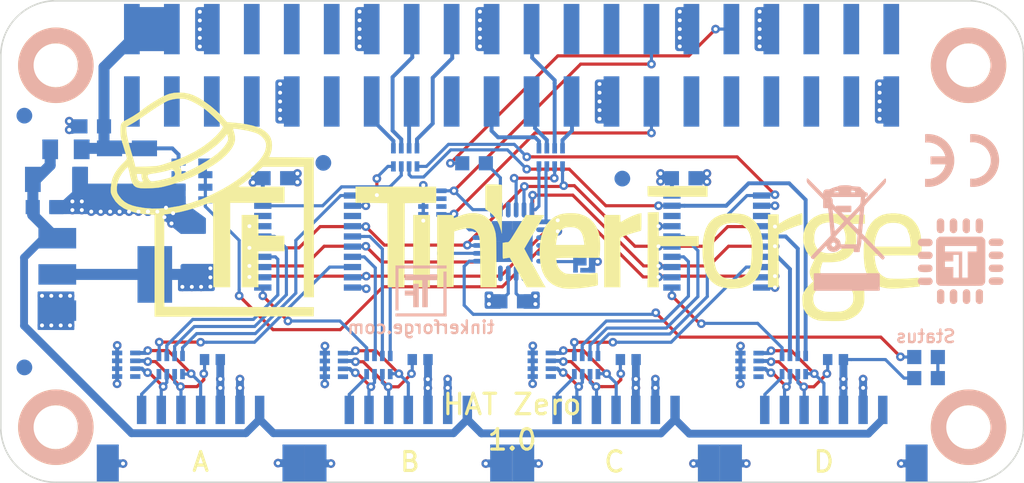
<source format=kicad_pcb>
(kicad_pcb (version 20171130) (host pcbnew 5.0.2-bee76a0~70~ubuntu18.04.1)
  (layers (0 F.Cu signal hide) (1 GND power hide) (2 VCC power hide) (31 B.Cu signal hide) (34 B.Paste user) (35 F.Paste user) (36 B.SilkS user) (37 F.SilkS user) (38 B.Mask user) (39 F.Mask user) (44 Edge.Cuts user))
  (net 0 "")
  (net 1 GND)
  (net 2 +5V)
  (net 3 B-3V3)
  (net 4 "Net-(CP201-Pad2)")
  (net 5 "Net-(CP201-Pad3)")
  (net 6 "Net-(CP202-Pad3)")
  (net 7 "Net-(CP202-Pad2)")
  (net 8 "Net-(CP203-Pad3)")
  (net 9 "Net-(CP203-Pad2)")
  (net 10 "Net-(CP204-Pad2)")
  (net 11 "Net-(CP204-Pad3)")
  (net 12 "Net-(D101-Pad2)")
  (net 13 "Net-(J101-Pad2)")
  (net 14 RASP-SD)
  (net 15 RASP-SC)
  (net 16 "Net-(J102-Pad23)")
  (net 17 "Net-(J102-Pad13)")
  (net 18 "Net-(J102-Pad15)")
  (net 19 "Net-(J102-Pad16)")
  (net 20 "Net-(J102-Pad18)")
  (net 21 "Net-(J102-Pad19)")
  (net 22 "Net-(J102-Pad21)")
  (net 23 "Net-(J102-Pad32)")
  (net 24 B-5V)
  (net 25 "Net-(P201-Pad7)")
  (net 26 "Net-(P202-Pad7)")
  (net 27 "Net-(P203-Pad7)")
  (net 28 "Net-(P204-Pad7)")
  (net 29 RASP-GP)
  (net 30 IN-VOLTAGE)
  (net 31 B-CS0)
  (net 32 B-CS1)
  (net 33 B-CS3)
  (net 34 B-CS2)
  (net 35 B-CS4)
  (net 36 B-CLK)
  (net 37 B-MISO)
  (net 38 B-MOSI)
  (net 39 "Net-(RP201-Pad7)")
  (net 40 "Net-(RP201-Pad6)")
  (net 41 "Net-(RP201-Pad5)")
  (net 42 "Net-(RP202-Pad5)")
  (net 43 "Net-(RP202-Pad6)")
  (net 44 "Net-(RP202-Pad7)")
  (net 45 "Net-(RP203-Pad5)")
  (net 46 "Net-(RP203-Pad6)")
  (net 47 "Net-(RP203-Pad7)")
  (net 48 "Net-(RP204-Pad7)")
  (net 49 "Net-(RP204-Pad6)")
  (net 50 "Net-(RP204-Pad5)")
  (net 51 "Net-(CP201-Pad4)")
  (net 52 "Net-(CP202-Pad4)")
  (net 53 "Net-(CP203-Pad4)")
  (net 54 "Net-(CP204-Pad4)")
  (net 55 "Net-(J102-Pad22)")
  (net 56 "Net-(P101-Pad1)")
  (net 57 "Net-(R102-Pad2)")
  (net 58 "Net-(CP201-Pad1)")
  (net 59 "Net-(CP202-Pad1)")
  (net 60 "Net-(CP203-Pad1)")
  (net 61 "Net-(CP204-Pad1)")
  (net 62 "Net-(RP103-Pad6)")
  (net 63 "Net-(RP103-Pad7)")
  (net 64 "Net-(U101-Pad3)")
  (net 65 "Net-(U101-Pad4)")
  (net 66 "Net-(U101-Pad5)")
  (net 67 "Net-(U101-Pad8)")
  (net 68 "Net-(U101-Pad11)")
  (net 69 "Net-(U101-Pad12)")
  (net 70 "Net-(U101-Pad18)")
  (net 71 "Net-(U101-Pad21)")
  (net 72 "Net-(U201-Pad18)")
  (net 73 "Net-(U201-Pad3)")
  (net 74 "Net-(U202-Pad3)")
  (net 75 "Net-(U202-Pad18)")
  (net 76 "Net-(J102-Pad29)")
  (net 77 "Net-(J102-Pad24)")
  (net 78 "Net-(J102-Pad1)")
  (net 79 "Net-(J102-Pad3)")
  (net 80 "Net-(J102-Pad5)")
  (net 81 "Net-(J102-Pad7)")
  (net 82 "Net-(J102-Pad8)")
  (net 83 "Net-(J102-Pad10)")
  (net 84 "Net-(J102-Pad11)")
  (net 85 "Net-(J102-Pad12)")
  (net 86 "Net-(J102-Pad17)")
  (net 87 "Net-(J102-Pad26)")
  (net 88 "Net-(J102-Pad31)")
  (net 89 "Net-(J102-Pad33)")
  (net 90 "Net-(J102-Pad36)")
  (net 91 "Net-(J102-Pad35)")
  (net 92 "Net-(J102-Pad38)")
  (net 93 "Net-(J102-Pad37)")
  (net 94 "Net-(J102-Pad40)")
  (net 95 "Net-(U101-Pad16)")
  (net 96 "Net-(U101-Pad7)")
  (module kicad-libraries:LOGO_TF_HAT (layer F.Cu) (at 139.1 54.9)
    (fp_text reference G*** hide)
    (fp_text value LOGO hide)
  )
  (module kicad-libraries:TSSOP20 (layer B.Cu) (at 152 57.15 270)
    (fp_text reference U202)
    (fp_text value 74AHC244)
    (pad 1 smd rect (at -2.92354 -2.84988 90) (size 0.39878 1.09982) (layers B.Cu B.Paste B.Mask) (net 34 B-CS2))
    (pad 2 smd rect (at -2.2733 -2.84988 90) (size 0.39878 1.09982) (layers B.Cu B.Paste B.Mask) (net 1 GND))
    (pad 3 smd rect (at -1.62306 -2.84988 90) (size 0.39878 1.09982) (layers B.Cu B.Paste B.Mask) (net 74 "Net-(U202-Pad3)"))
    (pad 4 smd rect (at -0.97282 -2.84988 90) (size 0.39878 1.09982) (layers B.Cu B.Paste B.Mask) (net 36 B-CLK))
    (pad 5 smd rect (at -0.32258 -2.84988 90) (size 0.39878 1.09982) (layers B.Cu B.Paste B.Mask) (net 48 "Net-(RP204-Pad7)"))
    (pad 6 smd rect (at 0.32258 -2.84988 90) (size 0.39878 1.09982) (layers B.Cu B.Paste B.Mask) (net 38 B-MOSI))
    (pad 7 smd rect (at 0.97282 -2.84988 90) (size 0.39878 1.09982) (layers B.Cu B.Paste B.Mask) (net 49 "Net-(RP204-Pad6)"))
    (pad 8 smd rect (at 1.62306 -2.84988 90) (size 0.39878 1.09982) (layers B.Cu B.Paste B.Mask) (net 45 "Net-(RP203-Pad5)"))
    (pad 9 smd rect (at 2.2733 -2.84988 90) (size 0.39878 1.09982) (layers B.Cu B.Paste B.Mask) (net 37 B-MISO))
    (pad 10 smd rect (at 2.92354 -2.84988 90) (size 0.39878 1.09982) (layers B.Cu B.Paste B.Mask) (net 1 GND))
    (pad 11 smd rect (at 2.92354 2.84988 270) (size 0.39878 1.09982) (layers B.Cu B.Paste B.Mask) (net 50 "Net-(RP204-Pad5)"))
    (pad 12 smd rect (at 2.2733 2.84988 270) (size 0.39878 1.09982) (layers B.Cu B.Paste B.Mask) (net 37 B-MISO))
    (pad 13 smd rect (at 1.62306 2.84988 270) (size 0.39878 1.09982) (layers B.Cu B.Paste B.Mask) (net 38 B-MOSI))
    (pad 14 smd rect (at 0.97282 2.84988 270) (size 0.39878 1.09982) (layers B.Cu B.Paste B.Mask) (net 46 "Net-(RP203-Pad6)"))
    (pad 15 smd rect (at 0.32258 2.84988 270) (size 0.39878 1.09982) (layers B.Cu B.Paste B.Mask) (net 36 B-CLK))
    (pad 16 smd rect (at -0.32258 2.84988 270) (size 0.39878 1.09982) (layers B.Cu B.Paste B.Mask) (net 47 "Net-(RP203-Pad7)"))
    (pad 17 smd rect (at -0.97282 2.84988 270) (size 0.39878 1.09982) (layers B.Cu B.Paste B.Mask) (net 1 GND))
    (pad 18 smd rect (at -1.62306 2.84988 270) (size 0.39878 1.09982) (layers B.Cu B.Paste B.Mask) (net 75 "Net-(U202-Pad18)"))
    (pad 19 smd rect (at -2.2733 2.84988 270) (size 0.39878 1.09982) (layers B.Cu B.Paste B.Mask) (net 33 B-CS3))
    (pad 20 smd rect (at -2.92354 2.84988 270) (size 0.39878 1.09982) (layers B.Cu B.Paste B.Mask) (net 3 B-3V3))
  )
  (module kicad-libraries:raspberrypi_zero_hat (layer B.Cu) (at 138.96 45.95 180)
    (fp_text reference J102)
    (fp_text value Raspberry_Pi_Zero)
    (pad 27 smd rect (at -8.89 -2.3 180) (size 1 3.2) (layers B.Cu B.Paste B.Mask) (net 14 RASP-SD))
    (pad 28 smd rect (at -8.89 2.3 180) (size 1 3.2) (layers B.Cu B.Paste B.Mask) (net 15 RASP-SC))
    (pad 29 smd rect (at -11.43 -2.3 180) (size 1 3.2) (layers B.Cu B.Paste B.Mask) (net 76 "Net-(J102-Pad29)"))
    (pad 30 smd rect (at -11.43 2.3 180) (size 1 3.2) (layers B.Cu B.Paste B.Mask) (net 1 GND))
    (pad 24 smd rect (at -3.81 2.3 180) (size 1 3.2) (layers B.Cu B.Paste B.Mask) (net 77 "Net-(J102-Pad24)"))
    (pad 23 smd rect (at -3.81 -2.3 180) (size 1 3.2) (layers B.Cu B.Paste B.Mask) (net 16 "Net-(J102-Pad23)"))
    (pad 1 smd rect (at 24.13 -2.3 180) (size 1 3.2) (layers B.Cu B.Paste B.Mask) (net 78 "Net-(J102-Pad1)"))
    (pad 2 smd rect (at 24.13 2.3 180) (size 1 3.2) (layers B.Cu B.Paste B.Mask) (net 2 +5V))
    (pad 3 smd rect (at 21.59 -2.3 180) (size 1 3.2) (layers B.Cu B.Paste B.Mask) (net 79 "Net-(J102-Pad3)"))
    (pad 4 smd rect (at 21.59 2.3 180) (size 1 3.2) (layers B.Cu B.Paste B.Mask) (net 2 +5V))
    (pad 5 smd rect (at 19.05 -2.3 180) (size 1 3.2) (layers B.Cu B.Paste B.Mask) (net 80 "Net-(J102-Pad5)"))
    (pad 6 smd rect (at 19.05 2.3 180) (size 1 3.2) (layers B.Cu B.Paste B.Mask) (net 1 GND))
    (pad 7 smd rect (at 16.51 -2.3 180) (size 1 3.2) (layers B.Cu B.Paste B.Mask) (net 81 "Net-(J102-Pad7)"))
    (pad 8 smd rect (at 16.51 2.3 180) (size 1 3.2) (layers B.Cu B.Paste B.Mask) (net 82 "Net-(J102-Pad8)"))
    (pad 9 smd rect (at 13.97 -2.3 180) (size 1 3.2) (layers B.Cu B.Paste B.Mask) (net 1 GND))
    (pad 10 smd rect (at 13.97 2.3 180) (size 1 3.2) (layers B.Cu B.Paste B.Mask) (net 83 "Net-(J102-Pad10)"))
    (pad 11 smd rect (at 11.43 -2.3 180) (size 1 3.2) (layers B.Cu B.Paste B.Mask) (net 84 "Net-(J102-Pad11)"))
    (pad 12 smd rect (at 11.43 2.3 180) (size 1 3.2) (layers B.Cu B.Paste B.Mask) (net 85 "Net-(J102-Pad12)"))
    (pad 13 smd rect (at 8.89 -2.3 180) (size 1 3.2) (layers B.Cu B.Paste B.Mask) (net 17 "Net-(J102-Pad13)"))
    (pad 14 smd rect (at 8.89 2.3 180) (size 1 3.2) (layers B.Cu B.Paste B.Mask) (net 1 GND))
    (pad 15 smd rect (at 6.35 -2.3 180) (size 1 3.2) (layers B.Cu B.Paste B.Mask) (net 18 "Net-(J102-Pad15)"))
    (pad 16 smd rect (at 6.35 2.3 180) (size 1 3.2) (layers B.Cu B.Paste B.Mask) (net 19 "Net-(J102-Pad16)"))
    (pad 17 smd rect (at 3.81 -2.3 180) (size 1 3.2) (layers B.Cu B.Paste B.Mask) (net 86 "Net-(J102-Pad17)"))
    (pad 18 smd rect (at 3.81 2.3 180) (size 1 3.2) (layers B.Cu B.Paste B.Mask) (net 20 "Net-(J102-Pad18)"))
    (pad 19 smd rect (at 1.27 -2.3 180) (size 1 3.2) (layers B.Cu B.Paste B.Mask) (net 21 "Net-(J102-Pad19)"))
    (pad 20 smd rect (at 1.27 2.3 180) (size 1 3.2) (layers B.Cu B.Paste B.Mask) (net 1 GND))
    (pad 21 smd rect (at -1.27 -2.3 180) (size 1 3.2) (layers B.Cu B.Paste B.Mask) (net 22 "Net-(J102-Pad21)"))
    (pad 22 smd rect (at -1.27 2.3 180) (size 1 3.2) (layers B.Cu B.Paste B.Mask) (net 55 "Net-(J102-Pad22)"))
    (pad 25 smd rect (at -6.35 -2.3 180) (size 1 3.2) (layers B.Cu B.Paste B.Mask) (net 1 GND))
    (pad 26 smd rect (at -6.35 2.3 180) (size 1 3.2) (layers B.Cu B.Paste B.Mask) (net 87 "Net-(J102-Pad26)"))
    (pad 32 smd rect (at -13.97 2.3 180) (size 1 3.2) (layers B.Cu B.Paste B.Mask) (net 23 "Net-(J102-Pad32)"))
    (pad 31 smd rect (at -13.97 -2.3 180) (size 1 3.2) (layers B.Cu B.Paste B.Mask) (net 88 "Net-(J102-Pad31)"))
    (pad 34 smd rect (at -16.51 2.3 180) (size 1 3.2) (layers B.Cu B.Paste B.Mask) (net 1 GND))
    (pad 33 smd rect (at -16.51 -2.3 180) (size 1 3.2) (layers B.Cu B.Paste B.Mask) (net 89 "Net-(J102-Pad33)"))
    (pad 36 smd rect (at -19.05 2.3 180) (size 1 3.2) (layers B.Cu B.Paste B.Mask) (net 90 "Net-(J102-Pad36)"))
    (pad 35 smd rect (at -19.05 -2.3 180) (size 1 3.2) (layers B.Cu B.Paste B.Mask) (net 91 "Net-(J102-Pad35)"))
    (pad 38 smd rect (at -21.59 2.3 180) (size 1 3.2) (layers B.Cu B.Paste B.Mask) (net 92 "Net-(J102-Pad38)"))
    (pad 37 smd rect (at -21.59 -2.3 180) (size 1 3.2) (layers B.Cu B.Paste B.Mask) (net 93 "Net-(J102-Pad37)"))
    (pad 40 smd rect (at -24.13 2.3 180) (size 1 3.2) (layers B.Cu B.Paste B.Mask) (net 94 "Net-(J102-Pad40)"))
    (pad 39 smd rect (at -24.13 -2.3 180) (size 1 3.2) (layers B.Cu B.Paste B.Mask) (net 1 GND))
    (pad "" np_thru_hole circle (at 29 0 180) (size 2.75 2.75) (drill 2.75) (layers *.Cu *.Mask B.SilkS))
    (pad "" np_thru_hole circle (at -29 0 180) (size 2.75 2.75) (drill 2.75) (layers *.Cu *.Mask B.SilkS))
    (pad "" np_thru_hole circle (at -22.86 0 180) (size 1.3 1.3) (drill 1.3) (layers *.Cu *.Mask))
    (pad "" np_thru_hole circle (at 22.86 0 180) (size 1.3 1.3) (drill 1.3) (layers *.Cu *.Mask))
    (pad "" np_thru_hole circle (at 29 -23 180) (size 2.75 2.75) (drill 2.75) (layers *.Cu *.Mask B.SilkS))
    (pad "" np_thru_hole circle (at -29 -23 180) (size 2.75 2.75) (drill 2.75) (layers *.Cu *.Mask B.SilkS))
  )
  (module kicad-libraries:4X0402 (layer B.Cu) (at 140.88 64.98 270)
    (fp_text reference CP203)
    (fp_text value 220pF)
    (pad 8 smd rect (at -0.7493 0.575 270) (size 0.29972 0.65) (layers B.Cu B.Paste B.Mask) (net 1 GND))
    (pad 7 smd rect (at -0.24892 0.575 270) (size 0.29972 0.65) (layers B.Cu B.Paste B.Mask) (net 1 GND))
    (pad 6 smd rect (at 0.24892 0.575 270) (size 0.29972 0.65) (layers B.Cu B.Paste B.Mask) (net 1 GND))
    (pad 5 smd rect (at 0.7493 0.575 270) (size 0.29972 0.65) (layers B.Cu B.Paste B.Mask) (net 1 GND))
    (pad 4 smd rect (at 0.7493 -0.575 90) (size 0.29972 0.65) (layers B.Cu B.Paste B.Mask) (net 53 "Net-(CP203-Pad4)"))
    (pad 3 smd rect (at 0.24892 -0.575 90) (size 0.29972 0.65) (layers B.Cu B.Paste B.Mask) (net 8 "Net-(CP203-Pad3)"))
    (pad 2 smd rect (at -0.24892 -0.575 90) (size 0.29972 0.65) (layers B.Cu B.Paste B.Mask) (net 9 "Net-(CP203-Pad2)"))
    (pad 1 smd rect (at -0.7493 -0.575 90) (size 0.29972 0.65) (layers B.Cu B.Paste B.Mask) (net 60 "Net-(CP203-Pad1)"))
  )
  (module kicad-libraries:C0603F (layer B.Cu) (at 139 60.95)
    (fp_text reference C101)
    (fp_text value 100nF)
    (pad 1 smd rect (at -0.75 0) (size 0.9 0.9) (layers B.Cu B.Paste B.Mask) (net 3 B-3V3))
    (pad 2 smd rect (at 0.75 0) (size 0.9 0.9) (layers B.Cu B.Paste B.Mask) (net 1 GND))
  )
  (module kicad-libraries:C1206 (layer B.Cu) (at 115.63 52.73 270)
    (fp_text reference C102)
    (fp_text value 10uF)
    (pad 2 smd rect (at 1.50114 0 270) (size 1.00076 1.6002) (layers B.Cu B.Paste B.Mask) (net 1 GND))
    (pad 1 smd rect (at -1.50114 0 270) (size 1.00076 1.6002) (layers B.Cu B.Paste B.Mask) (net 2 +5V))
  )
  (module kicad-libraries:C1206 (layer B.Cu) (at 110.04 53.2)
    (fp_text reference C103)
    (fp_text value 10uF)
    (pad 1 smd rect (at -1.50114 0) (size 1.00076 1.6002) (layers B.Cu B.Paste B.Mask) (net 24 B-5V))
    (pad 2 smd rect (at 1.50114 0) (size 1.00076 1.6002) (layers B.Cu B.Paste B.Mask) (net 1 GND))
  )
  (module kicad-libraries:C0603F (layer B.Cu) (at 109.28 54.96)
    (fp_text reference C104)
    (fp_text value 100nF)
    (pad 2 smd rect (at 0.75 0) (size 0.9 0.9) (layers B.Cu B.Paste B.Mask) (net 1 GND))
    (pad 1 smd rect (at -0.75 0) (size 0.9 0.9) (layers B.Cu B.Paste B.Mask) (net 24 B-5V))
  )
  (module kicad-libraries:C1206 (layer B.Cu) (at 113.41 52.73 90)
    (fp_text reference C105)
    (fp_text value 10uF)
    (pad 1 smd rect (at -1.50114 0 90) (size 1.00076 1.6002) (layers B.Cu B.Paste B.Mask) (net 1 GND))
    (pad 2 smd rect (at 1.50114 0 90) (size 1.00076 1.6002) (layers B.Cu B.Paste B.Mask) (net 2 +5V))
  )
  (module kicad-libraries:C0603F (layer B.Cu) (at 112.31 49.83)
    (fp_text reference C106)
    (fp_text value 100nF)
    (pad 1 smd rect (at -0.75 0) (size 0.9 0.9) (layers B.Cu B.Paste B.Mask) (net 1 GND))
    (pad 2 smd rect (at 0.75 0) (size 0.9 0.9) (layers B.Cu B.Paste B.Mask) (net 2 +5V))
  )
  (module kicad-libraries:C1206 (layer B.Cu) (at 118.73 57.66 90)
    (fp_text reference C107)
    (fp_text value 10uF)
    (pad 2 smd rect (at 1.50114 0 90) (size 1.00076 1.6002) (layers B.Cu B.Paste B.Mask) (net 1 GND))
    (pad 1 smd rect (at -1.50114 0 90) (size 1.00076 1.6002) (layers B.Cu B.Paste B.Mask) (net 3 B-3V3))
  )
  (module kicad-libraries:C0603F (layer B.Cu) (at 149.9 53.125 180)
    (fp_text reference C201)
    (fp_text value 100nF)
    (pad 1 smd rect (at -0.75 0 180) (size 0.9 0.9) (layers B.Cu B.Paste B.Mask) (net 1 GND))
    (pad 2 smd rect (at 0.75 0 180) (size 0.9 0.9) (layers B.Cu B.Paste B.Mask) (net 3 B-3V3))
  )
  (module kicad-libraries:C0603F (layer B.Cu) (at 123.95 53.125 180)
    (fp_text reference C202)
    (fp_text value 100nF)
    (pad 2 smd rect (at 0.75 0 180) (size 0.9 0.9) (layers B.Cu B.Paste B.Mask) (net 3 B-3V3))
    (pad 1 smd rect (at -0.75 0 180) (size 0.9 0.9) (layers B.Cu B.Paste B.Mask) (net 1 GND))
  )
  (module kicad-libraries:4X0402 (layer B.Cu) (at 114.47 64.98 270)
    (fp_text reference CP201)
    (fp_text value 220pF)
    (pad 1 smd rect (at -0.7493 -0.575 90) (size 0.29972 0.65) (layers B.Cu B.Paste B.Mask) (net 58 "Net-(CP201-Pad1)"))
    (pad 2 smd rect (at -0.24892 -0.575 90) (size 0.29972 0.65) (layers B.Cu B.Paste B.Mask) (net 4 "Net-(CP201-Pad2)"))
    (pad 3 smd rect (at 0.24892 -0.575 90) (size 0.29972 0.65) (layers B.Cu B.Paste B.Mask) (net 5 "Net-(CP201-Pad3)"))
    (pad 4 smd rect (at 0.7493 -0.575 90) (size 0.29972 0.65) (layers B.Cu B.Paste B.Mask) (net 51 "Net-(CP201-Pad4)"))
    (pad 5 smd rect (at 0.7493 0.575 270) (size 0.29972 0.65) (layers B.Cu B.Paste B.Mask) (net 1 GND))
    (pad 6 smd rect (at 0.24892 0.575 270) (size 0.29972 0.65) (layers B.Cu B.Paste B.Mask) (net 1 GND))
    (pad 7 smd rect (at -0.24892 0.575 270) (size 0.29972 0.65) (layers B.Cu B.Paste B.Mask) (net 1 GND))
    (pad 8 smd rect (at -0.7493 0.575 270) (size 0.29972 0.65) (layers B.Cu B.Paste B.Mask) (net 1 GND))
  )
  (module kicad-libraries:4X0402 (layer B.Cu) (at 127.67 64.99 270)
    (fp_text reference CP202)
    (fp_text value 220pF)
    (pad 8 smd rect (at -0.7493 0.575 270) (size 0.29972 0.65) (layers B.Cu B.Paste B.Mask) (net 1 GND))
    (pad 7 smd rect (at -0.24892 0.575 270) (size 0.29972 0.65) (layers B.Cu B.Paste B.Mask) (net 1 GND))
    (pad 6 smd rect (at 0.24892 0.575 270) (size 0.29972 0.65) (layers B.Cu B.Paste B.Mask) (net 1 GND))
    (pad 5 smd rect (at 0.7493 0.575 270) (size 0.29972 0.65) (layers B.Cu B.Paste B.Mask) (net 1 GND))
    (pad 4 smd rect (at 0.7493 -0.575 90) (size 0.29972 0.65) (layers B.Cu B.Paste B.Mask) (net 52 "Net-(CP202-Pad4)"))
    (pad 3 smd rect (at 0.24892 -0.575 90) (size 0.29972 0.65) (layers B.Cu B.Paste B.Mask) (net 6 "Net-(CP202-Pad3)"))
    (pad 2 smd rect (at -0.24892 -0.575 90) (size 0.29972 0.65) (layers B.Cu B.Paste B.Mask) (net 7 "Net-(CP202-Pad2)"))
    (pad 1 smd rect (at -0.7493 -0.575 90) (size 0.29972 0.65) (layers B.Cu B.Paste B.Mask) (net 59 "Net-(CP202-Pad1)"))
  )
  (module kicad-libraries:4X0402 (layer B.Cu) (at 154.08 64.99 270)
    (fp_text reference CP204)
    (fp_text value 220pF)
    (pad 1 smd rect (at -0.7493 -0.575 90) (size 0.29972 0.65) (layers B.Cu B.Paste B.Mask) (net 61 "Net-(CP204-Pad1)"))
    (pad 2 smd rect (at -0.24892 -0.575 90) (size 0.29972 0.65) (layers B.Cu B.Paste B.Mask) (net 10 "Net-(CP204-Pad2)"))
    (pad 3 smd rect (at 0.24892 -0.575 90) (size 0.29972 0.65) (layers B.Cu B.Paste B.Mask) (net 11 "Net-(CP204-Pad3)"))
    (pad 4 smd rect (at 0.7493 -0.575 90) (size 0.29972 0.65) (layers B.Cu B.Paste B.Mask) (net 54 "Net-(CP204-Pad4)"))
    (pad 5 smd rect (at 0.7493 0.575 270) (size 0.29972 0.65) (layers B.Cu B.Paste B.Mask) (net 1 GND))
    (pad 6 smd rect (at 0.24892 0.575 270) (size 0.29972 0.65) (layers B.Cu B.Paste B.Mask) (net 1 GND))
    (pad 7 smd rect (at -0.24892 0.575 270) (size 0.29972 0.65) (layers B.Cu B.Paste B.Mask) (net 1 GND))
    (pad 8 smd rect (at -0.7493 0.575 270) (size 0.29972 0.65) (layers B.Cu B.Paste B.Mask) (net 1 GND))
  )
  (module kicad-libraries:D0603F (layer B.Cu) (at 165.3 65.83)
    (fp_text reference D101)
    (fp_text value blue)
    (pad 1 smd rect (at -0.75 0) (size 0.9 0.9) (layers B.Cu B.Paste B.Mask) (net 3 B-3V3))
    (pad 2 smd rect (at 0.75 0) (size 0.9 0.9) (layers B.Cu B.Paste B.Mask) (net 12 "Net-(D101-Pad2)"))
  )
  (module kicad-libraries:SolderJumper (layer B.Cu) (at 143.575 58.425 180)
    (fp_text reference J101)
    (fp_text value Boot)
    (pad 2 smd rect (at 0.55 0 180) (size 0.3 1.4) (layers B.Cu B.Mask) (net 13 "Net-(J101-Pad2)"))
    (pad 2 smd rect (at 0.15 0 180) (size 0.6 0.5) (layers B.Cu B.Mask) (net 13 "Net-(J101-Pad2)"))
    (pad 1 smd rect (at -0.5 0 180) (size 0.4 1.4) (layers B.Cu B.Mask) (net 1 GND))
    (pad 1 smd rect (at -0.225 -0.55 180) (size 0.95 0.3) (layers B.Cu B.Mask) (net 1 GND))
    (pad 1 smd rect (at -0.225 0.55 180) (size 0.95 0.3) (layers B.Cu B.Mask) (net 1 GND))
  )
  (module kicad-libraries:R0805 (layer B.Cu) (at 110.64 51.29)
    (fp_text reference L101)
    (fp_text value FB)
    (pad 1 smd rect (at -1.00076 0) (size 1.00076 1.24968) (layers B.Cu B.Paste B.Mask) (net 24 B-5V) (clearance 0.14986))
    (pad 2 smd rect (at 1.00076 0) (size 1.00076 1.24968) (layers B.Cu B.Paste B.Mask) (net 2 +5V) (clearance 0.14986))
  )
  (module kicad-libraries:DEBUG_PAD (layer B.Cu) (at 134.575 57.9)
    (fp_text reference P101)
    (fp_text value Debug)
    (pad 1 smd circle (at 0 0) (size 0.7 0.7) (layers B.Cu B.Paste B.Mask) (net 56 "Net-(P101-Pad1)"))
  )
  (module kicad-libraries:CON-SENSOR2 (layer B.Cu) (at 119.2 72.45 180)
    (fp_text reference P201)
    (fp_text value CON-SENSOR2)
    (pad 7 smd rect (at 3.75 4.6 180) (size 0.6 1.8) (layers B.Cu B.Paste B.Mask) (net 25 "Net-(P201-Pad7)"))
    (pad 6 smd rect (at 2.5 4.6 180) (size 0.6 1.8) (layers B.Cu B.Paste B.Mask) (net 5 "Net-(CP201-Pad3)"))
    (pad 5 smd rect (at 1.25 4.6 180) (size 0.6 1.8) (layers B.Cu B.Paste B.Mask) (net 4 "Net-(CP201-Pad2)"))
    (pad 4 smd rect (at 0 4.6 180) (size 0.6 1.8) (layers B.Cu B.Paste B.Mask) (net 58 "Net-(CP201-Pad1)"))
    (pad 3 smd rect (at -1.25 4.6 180) (size 0.6 1.8) (layers B.Cu B.Paste B.Mask) (net 3 B-3V3))
    (pad EP smd rect (at 5.9 1.2 180) (size 1.4 2.4) (layers B.Cu B.Paste B.Mask) (net 1 GND))
    (pad EP smd rect (at -5.9 1.2 180) (size 1.4 2.4) (layers B.Cu B.Paste B.Mask) (net 1 GND))
    (pad 2 smd rect (at -2.5 4.6 180) (size 0.6 1.8) (layers B.Cu B.Paste B.Mask) (net 1 GND))
    (pad 1 smd rect (at -3.75 4.6 180) (size 0.6 1.8) (layers B.Cu B.Paste B.Mask) (net 24 B-5V))
  )
  (module kicad-libraries:CON-SENSOR2 (layer B.Cu) (at 132.4 72.45 180)
    (fp_text reference P202)
    (fp_text value CON-SENSOR2)
    (pad 1 smd rect (at -3.75 4.6 180) (size 0.6 1.8) (layers B.Cu B.Paste B.Mask) (net 24 B-5V))
    (pad 2 smd rect (at -2.5 4.6 180) (size 0.6 1.8) (layers B.Cu B.Paste B.Mask) (net 1 GND))
    (pad EP smd rect (at -5.9 1.2 180) (size 1.4 2.4) (layers B.Cu B.Paste B.Mask) (net 1 GND))
    (pad EP smd rect (at 5.9 1.2 180) (size 1.4 2.4) (layers B.Cu B.Paste B.Mask) (net 1 GND))
    (pad 3 smd rect (at -1.25 4.6 180) (size 0.6 1.8) (layers B.Cu B.Paste B.Mask) (net 3 B-3V3))
    (pad 4 smd rect (at 0 4.6 180) (size 0.6 1.8) (layers B.Cu B.Paste B.Mask) (net 59 "Net-(CP202-Pad1)"))
    (pad 5 smd rect (at 1.25 4.6 180) (size 0.6 1.8) (layers B.Cu B.Paste B.Mask) (net 7 "Net-(CP202-Pad2)"))
    (pad 6 smd rect (at 2.5 4.6 180) (size 0.6 1.8) (layers B.Cu B.Paste B.Mask) (net 6 "Net-(CP202-Pad3)"))
    (pad 7 smd rect (at 3.75 4.6 180) (size 0.6 1.8) (layers B.Cu B.Paste B.Mask) (net 26 "Net-(P202-Pad7)"))
  )
  (module kicad-libraries:CON-SENSOR2 (layer B.Cu) (at 145.6 72.45 180)
    (fp_text reference P203)
    (fp_text value CON-SENSOR2)
    (pad 7 smd rect (at 3.75 4.6 180) (size 0.6 1.8) (layers B.Cu B.Paste B.Mask) (net 27 "Net-(P203-Pad7)"))
    (pad 6 smd rect (at 2.5 4.6 180) (size 0.6 1.8) (layers B.Cu B.Paste B.Mask) (net 8 "Net-(CP203-Pad3)"))
    (pad 5 smd rect (at 1.25 4.6 180) (size 0.6 1.8) (layers B.Cu B.Paste B.Mask) (net 9 "Net-(CP203-Pad2)"))
    (pad 4 smd rect (at 0 4.6 180) (size 0.6 1.8) (layers B.Cu B.Paste B.Mask) (net 60 "Net-(CP203-Pad1)"))
    (pad 3 smd rect (at -1.25 4.6 180) (size 0.6 1.8) (layers B.Cu B.Paste B.Mask) (net 3 B-3V3))
    (pad EP smd rect (at 5.9 1.2 180) (size 1.4 2.4) (layers B.Cu B.Paste B.Mask) (net 1 GND))
    (pad EP smd rect (at -5.9 1.2 180) (size 1.4 2.4) (layers B.Cu B.Paste B.Mask) (net 1 GND))
    (pad 2 smd rect (at -2.5 4.6 180) (size 0.6 1.8) (layers B.Cu B.Paste B.Mask) (net 1 GND))
    (pad 1 smd rect (at -3.75 4.6 180) (size 0.6 1.8) (layers B.Cu B.Paste B.Mask) (net 24 B-5V))
  )
  (module kicad-libraries:CON-SENSOR2 (layer B.Cu) (at 158.8 72.45 180)
    (fp_text reference P204)
    (fp_text value CON-SENSOR2)
    (pad 1 smd rect (at -3.75 4.6 180) (size 0.6 1.8) (layers B.Cu B.Paste B.Mask) (net 24 B-5V))
    (pad 2 smd rect (at -2.5 4.6 180) (size 0.6 1.8) (layers B.Cu B.Paste B.Mask) (net 1 GND))
    (pad EP smd rect (at -5.9 1.2 180) (size 1.4 2.4) (layers B.Cu B.Paste B.Mask) (net 1 GND))
    (pad EP smd rect (at 5.9 1.2 180) (size 1.4 2.4) (layers B.Cu B.Paste B.Mask) (net 1 GND))
    (pad 3 smd rect (at -1.25 4.6 180) (size 0.6 1.8) (layers B.Cu B.Paste B.Mask) (net 3 B-3V3))
    (pad 4 smd rect (at 0 4.6 180) (size 0.6 1.8) (layers B.Cu B.Paste B.Mask) (net 61 "Net-(CP204-Pad1)"))
    (pad 5 smd rect (at 1.25 4.6 180) (size 0.6 1.8) (layers B.Cu B.Paste B.Mask) (net 10 "Net-(CP204-Pad2)"))
    (pad 6 smd rect (at 2.5 4.6 180) (size 0.6 1.8) (layers B.Cu B.Paste B.Mask) (net 11 "Net-(CP204-Pad3)"))
    (pad 7 smd rect (at 3.75 4.6 180) (size 0.6 1.8) (layers B.Cu B.Paste B.Mask) (net 28 "Net-(P204-Pad7)"))
  )
  (module kicad-libraries:R0603F (layer B.Cu) (at 136.575 52.175 180)
    (fp_text reference R101)
    (fp_text value 1k)
    (pad 1 smd rect (at -0.75 0 180) (size 0.9 0.9) (layers B.Cu B.Paste B.Mask) (net 29 RASP-GP))
    (pad 2 smd rect (at 0.75 0 180) (size 0.9 0.9) (layers B.Cu B.Paste B.Mask) (net 23 "Net-(J102-Pad32)"))
  )
  (module kicad-libraries:4X0603 (layer B.Cu) (at 118.65 53.3 90)
    (fp_text reference RP102)
    (fp_text value 10k)
    (pad 1 smd rect (at -1.19888 0.8509 90) (size 0.44958 0.89916) (layers B.Cu B.Paste B.Mask) (net 30 IN-VOLTAGE))
    (pad 2 smd rect (at -0.39878 0.8509 90) (size 0.44958 0.89916) (layers B.Cu B.Paste B.Mask) (net 30 IN-VOLTAGE))
    (pad 3 smd rect (at 0.39878 0.8509 90) (size 0.44958 0.89916) (layers B.Cu B.Paste B.Mask) (net 30 IN-VOLTAGE))
    (pad 4 smd rect (at 1.19888 0.8509 90) (size 0.44958 0.89916) (layers B.Cu B.Paste B.Mask) (net 30 IN-VOLTAGE))
    (pad 5 smd rect (at 1.19888 -0.8509 90) (size 0.44958 0.89916) (layers B.Cu B.Paste B.Mask) (net 2 +5V))
    (pad 6 smd rect (at 0.39878 -0.8509 90) (size 0.44958 0.89916) (layers B.Cu B.Paste B.Mask) (net 2 +5V))
    (pad 7 smd rect (at -0.39878 -0.8509 90) (size 0.44958 0.89916) (layers B.Cu B.Paste B.Mask) (net 1 GND))
    (pad 8 smd rect (at -1.19888 -0.8509 90) (size 0.44958 0.89916) (layers B.Cu B.Paste B.Mask) (net 1 GND))
  )
  (module kicad-libraries:4X0402 (layer B.Cu) (at 133.925 54.675 90)
    (fp_text reference RP103)
    (fp_text value 3.9k)
    (pad 1 smd rect (at -0.7493 -0.575 270) (size 0.29972 0.65) (layers B.Cu B.Paste B.Mask) (net 3 B-3V3))
    (pad 2 smd rect (at -0.24892 -0.575 270) (size 0.29972 0.65) (layers B.Cu B.Paste B.Mask) (net 3 B-3V3))
    (pad 3 smd rect (at 0.24892 -0.575 270) (size 0.29972 0.65) (layers B.Cu B.Paste B.Mask) (net 3 B-3V3))
    (pad 4 smd rect (at 0.7493 -0.575 270) (size 0.29972 0.65) (layers B.Cu B.Paste B.Mask) (net 3 B-3V3))
    (pad 5 smd rect (at 0.7493 0.575 90) (size 0.29972 0.65) (layers B.Cu B.Paste B.Mask) (net 15 RASP-SC))
    (pad 6 smd rect (at 0.24892 0.575 90) (size 0.29972 0.65) (layers B.Cu B.Paste B.Mask) (net 62 "Net-(RP103-Pad6)"))
    (pad 7 smd rect (at -0.24892 0.575 90) (size 0.29972 0.65) (layers B.Cu B.Paste B.Mask) (net 63 "Net-(RP103-Pad7)"))
    (pad 8 smd rect (at -0.7493 0.575 90) (size 0.29972 0.65) (layers B.Cu B.Paste B.Mask) (net 14 RASP-SD))
  )
  (module kicad-libraries:4X0402 (layer B.Cu) (at 132.2 51.8 180)
    (fp_text reference RP104)
    (fp_text value 82)
    (pad 8 smd rect (at -0.7493 0.575 180) (size 0.29972 0.65) (layers B.Cu B.Paste B.Mask) (net 20 "Net-(J102-Pad18)"))
    (pad 7 smd rect (at -0.24892 0.575 180) (size 0.29972 0.65) (layers B.Cu B.Paste B.Mask) (net 18 "Net-(J102-Pad15)"))
    (pad 6 smd rect (at 0.24892 0.575 180) (size 0.29972 0.65) (layers B.Cu B.Paste B.Mask) (net 19 "Net-(J102-Pad16)"))
    (pad 5 smd rect (at 0.7493 0.575 180) (size 0.29972 0.65) (layers B.Cu B.Paste B.Mask) (net 17 "Net-(J102-Pad13)"))
    (pad 4 smd rect (at 0.7493 -0.575) (size 0.29972 0.65) (layers B.Cu B.Paste B.Mask) (net 31 B-CS0))
    (pad 3 smd rect (at 0.24892 -0.575) (size 0.29972 0.65) (layers B.Cu B.Paste B.Mask) (net 32 B-CS1))
    (pad 2 smd rect (at -0.24892 -0.575) (size 0.29972 0.65) (layers B.Cu B.Paste B.Mask) (net 33 B-CS3))
    (pad 1 smd rect (at -0.7493 -0.575) (size 0.29972 0.65) (layers B.Cu B.Paste B.Mask) (net 34 B-CS2))
  )
  (module kicad-libraries:4X0402 (layer B.Cu) (at 141.45 51.8 180)
    (fp_text reference RP106)
    (fp_text value 82)
    (pad 1 smd rect (at -0.7493 -0.575) (size 0.29972 0.65) (layers B.Cu B.Paste B.Mask) (net 36 B-CLK))
    (pad 2 smd rect (at -0.24892 -0.575) (size 0.29972 0.65) (layers B.Cu B.Paste B.Mask) (net 35 B-CS4))
    (pad 3 smd rect (at 0.24892 -0.575) (size 0.29972 0.65) (layers B.Cu B.Paste B.Mask) (net 37 B-MISO))
    (pad 4 smd rect (at 0.7493 -0.575) (size 0.29972 0.65) (layers B.Cu B.Paste B.Mask) (net 38 B-MOSI))
    (pad 5 smd rect (at 0.7493 0.575 180) (size 0.29972 0.65) (layers B.Cu B.Paste B.Mask) (net 21 "Net-(J102-Pad19)"))
    (pad 6 smd rect (at 0.24892 0.575 180) (size 0.29972 0.65) (layers B.Cu B.Paste B.Mask) (net 22 "Net-(J102-Pad21)"))
    (pad 7 smd rect (at -0.24892 0.575 180) (size 0.29972 0.65) (layers B.Cu B.Paste B.Mask) (net 55 "Net-(J102-Pad22)"))
    (pad 8 smd rect (at -0.7493 0.575 180) (size 0.29972 0.65) (layers B.Cu B.Paste B.Mask) (net 16 "Net-(J102-Pad23)"))
  )
  (module kicad-libraries:4X0402 (layer B.Cu) (at 117.3 65 180)
    (fp_text reference RP201)
    (fp_text value 82)
    (pad 8 smd rect (at -0.7493 0.575 180) (size 0.29972 0.65) (layers B.Cu B.Paste B.Mask) (net 31 B-CS0))
    (pad 7 smd rect (at -0.24892 0.575 180) (size 0.29972 0.65) (layers B.Cu B.Paste B.Mask) (net 39 "Net-(RP201-Pad7)"))
    (pad 6 smd rect (at 0.24892 0.575 180) (size 0.29972 0.65) (layers B.Cu B.Paste B.Mask) (net 40 "Net-(RP201-Pad6)"))
    (pad 5 smd rect (at 0.7493 0.575 180) (size 0.29972 0.65) (layers B.Cu B.Paste B.Mask) (net 41 "Net-(RP201-Pad5)"))
    (pad 4 smd rect (at 0.7493 -0.575) (size 0.29972 0.65) (layers B.Cu B.Paste B.Mask) (net 25 "Net-(P201-Pad7)"))
    (pad 3 smd rect (at 0.24892 -0.575) (size 0.29972 0.65) (layers B.Cu B.Paste B.Mask) (net 5 "Net-(CP201-Pad3)"))
    (pad 2 smd rect (at -0.24892 -0.575) (size 0.29972 0.65) (layers B.Cu B.Paste B.Mask) (net 4 "Net-(CP201-Pad2)"))
    (pad 1 smd rect (at -0.7493 -0.575) (size 0.29972 0.65) (layers B.Cu B.Paste B.Mask) (net 58 "Net-(CP201-Pad1)"))
  )
  (module kicad-libraries:4X0402 (layer B.Cu) (at 130.5 65 180)
    (fp_text reference RP202)
    (fp_text value 82)
    (pad 1 smd rect (at -0.7493 -0.575) (size 0.29972 0.65) (layers B.Cu B.Paste B.Mask) (net 59 "Net-(CP202-Pad1)"))
    (pad 2 smd rect (at -0.24892 -0.575) (size 0.29972 0.65) (layers B.Cu B.Paste B.Mask) (net 7 "Net-(CP202-Pad2)"))
    (pad 3 smd rect (at 0.24892 -0.575) (size 0.29972 0.65) (layers B.Cu B.Paste B.Mask) (net 6 "Net-(CP202-Pad3)"))
    (pad 4 smd rect (at 0.7493 -0.575) (size 0.29972 0.65) (layers B.Cu B.Paste B.Mask) (net 26 "Net-(P202-Pad7)"))
    (pad 5 smd rect (at 0.7493 0.575 180) (size 0.29972 0.65) (layers B.Cu B.Paste B.Mask) (net 42 "Net-(RP202-Pad5)"))
    (pad 6 smd rect (at 0.24892 0.575 180) (size 0.29972 0.65) (layers B.Cu B.Paste B.Mask) (net 43 "Net-(RP202-Pad6)"))
    (pad 7 smd rect (at -0.24892 0.575 180) (size 0.29972 0.65) (layers B.Cu B.Paste B.Mask) (net 44 "Net-(RP202-Pad7)"))
    (pad 8 smd rect (at -0.7493 0.575 180) (size 0.29972 0.65) (layers B.Cu B.Paste B.Mask) (net 32 B-CS1))
  )
  (module kicad-libraries:4X0402 (layer B.Cu) (at 143.7 65 180)
    (fp_text reference RP203)
    (fp_text value 82)
    (pad 1 smd rect (at -0.7493 -0.575) (size 0.29972 0.65) (layers B.Cu B.Paste B.Mask) (net 60 "Net-(CP203-Pad1)"))
    (pad 2 smd rect (at -0.24892 -0.575) (size 0.29972 0.65) (layers B.Cu B.Paste B.Mask) (net 9 "Net-(CP203-Pad2)"))
    (pad 3 smd rect (at 0.24892 -0.575) (size 0.29972 0.65) (layers B.Cu B.Paste B.Mask) (net 8 "Net-(CP203-Pad3)"))
    (pad 4 smd rect (at 0.7493 -0.575) (size 0.29972 0.65) (layers B.Cu B.Paste B.Mask) (net 27 "Net-(P203-Pad7)"))
    (pad 5 smd rect (at 0.7493 0.575 180) (size 0.29972 0.65) (layers B.Cu B.Paste B.Mask) (net 45 "Net-(RP203-Pad5)"))
    (pad 6 smd rect (at 0.24892 0.575 180) (size 0.29972 0.65) (layers B.Cu B.Paste B.Mask) (net 46 "Net-(RP203-Pad6)"))
    (pad 7 smd rect (at -0.24892 0.575 180) (size 0.29972 0.65) (layers B.Cu B.Paste B.Mask) (net 47 "Net-(RP203-Pad7)"))
    (pad 8 smd rect (at -0.7493 0.575 180) (size 0.29972 0.65) (layers B.Cu B.Paste B.Mask) (net 34 B-CS2))
  )
  (module kicad-libraries:4X0402 (layer B.Cu) (at 156.9 65 180)
    (fp_text reference RP204)
    (fp_text value 82)
    (pad 8 smd rect (at -0.7493 0.575 180) (size 0.29972 0.65) (layers B.Cu B.Paste B.Mask) (net 33 B-CS3))
    (pad 7 smd rect (at -0.24892 0.575 180) (size 0.29972 0.65) (layers B.Cu B.Paste B.Mask) (net 48 "Net-(RP204-Pad7)"))
    (pad 6 smd rect (at 0.24892 0.575 180) (size 0.29972 0.65) (layers B.Cu B.Paste B.Mask) (net 49 "Net-(RP204-Pad6)"))
    (pad 5 smd rect (at 0.7493 0.575 180) (size 0.29972 0.65) (layers B.Cu B.Paste B.Mask) (net 50 "Net-(RP204-Pad5)"))
    (pad 4 smd rect (at 0.7493 -0.575) (size 0.29972 0.65) (layers B.Cu B.Paste B.Mask) (net 28 "Net-(P204-Pad7)"))
    (pad 3 smd rect (at 0.24892 -0.575) (size 0.29972 0.65) (layers B.Cu B.Paste B.Mask) (net 11 "Net-(CP204-Pad3)"))
    (pad 2 smd rect (at -0.24892 -0.575) (size 0.29972 0.65) (layers B.Cu B.Paste B.Mask) (net 10 "Net-(CP204-Pad2)"))
    (pad 1 smd rect (at -0.7493 -0.575) (size 0.29972 0.65) (layers B.Cu B.Paste B.Mask) (net 61 "Net-(CP204-Pad1)"))
  )
  (module kicad-libraries:QFN24-4x4mm-0.5mm (layer B.Cu) (at 139 57.15 180)
    (fp_text reference U101)
    (fp_text value XMC1100)
    (pad 1 smd oval (at -2.025 1.25 180) (size 1 0.3) (layers B.Cu B.Paste B.Mask) (net 37 B-MISO))
    (pad 2 smd oval (at -2.025 0.75 180) (size 1 0.3) (layers B.Cu B.Paste B.Mask) (net 30 IN-VOLTAGE))
    (pad 3 smd oval (at -2.025 0.25 180) (size 1 0.3) (layers B.Cu B.Paste B.Mask) (net 64 "Net-(U101-Pad3)"))
    (pad 4 smd oval (at -2.025 -0.25 180) (size 1 0.3) (layers B.Cu B.Paste B.Mask) (net 65 "Net-(U101-Pad4)"))
    (pad 5 smd oval (at -2.025 -0.75 180) (size 1 0.3) (layers B.Cu B.Paste B.Mask) (net 66 "Net-(U101-Pad5)"))
    (pad 6 smd oval (at -2.025 -1.25 180) (size 1 0.3) (layers B.Cu B.Paste B.Mask) (net 13 "Net-(J101-Pad2)"))
    (pad 7 smd oval (at -1.25 -2.025 90) (size 1 0.3) (layers B.Cu B.Paste B.Mask) (net 96 "Net-(U101-Pad7)"))
    (pad 8 smd oval (at -0.75 -2.025 90) (size 1 0.3) (layers B.Cu B.Paste B.Mask) (net 67 "Net-(U101-Pad8)"))
    (pad 9 smd oval (at -0.25 -2.025 90) (size 1 0.3) (layers B.Cu B.Paste B.Mask) (net 1 GND))
    (pad 10 smd oval (at 0.25 -2.025 90) (size 1 0.3) (layers B.Cu B.Paste B.Mask) (net 3 B-3V3))
    (pad 11 smd oval (at 0.75 -2.025 90) (size 1 0.3) (layers B.Cu B.Paste B.Mask) (net 68 "Net-(U101-Pad11)"))
    (pad 12 smd oval (at 1.25 -2.025 90) (size 1 0.3) (layers B.Cu B.Paste B.Mask) (net 69 "Net-(U101-Pad12)"))
    (pad 13 smd oval (at 2.025 -1.25 180) (size 1 0.3) (layers B.Cu B.Paste B.Mask) (net 57 "Net-(R102-Pad2)"))
    (pad 14 smd oval (at 2.025 -0.75 180) (size 1 0.3) (layers B.Cu B.Paste B.Mask) (net 56 "Net-(P101-Pad1)"))
    (pad 15 smd oval (at 2.025 -0.25 180) (size 1 0.3) (layers B.Cu B.Paste B.Mask) (net 36 B-CLK))
    (pad 16 smd oval (at 2.025 0.25 180) (size 1 0.3) (layers B.Cu B.Paste B.Mask) (net 95 "Net-(U101-Pad16)"))
    (pad 17 smd oval (at 2.025 0.75 180) (size 1 0.3) (layers B.Cu B.Paste B.Mask) (net 14 RASP-SD))
    (pad 18 smd oval (at 2.025 1.25 180) (size 1 0.3) (layers B.Cu B.Paste B.Mask) (net 70 "Net-(U101-Pad18)"))
    (pad 19 smd oval (at 1.25 2.025 90) (size 1 0.3) (layers B.Cu B.Paste B.Mask) (net 15 RASP-SC))
    (pad 20 smd oval (at 0.75 2.025 90) (size 1 0.3) (layers B.Cu B.Paste B.Mask) (net 29 RASP-GP))
    (pad 21 smd oval (at 0.25 2.025 90) (size 1 0.3) (layers B.Cu B.Paste B.Mask) (net 71 "Net-(U101-Pad21)"))
    (pad 22 smd oval (at -0.25 2.025 90) (size 1 0.3) (layers B.Cu B.Paste B.Mask) (net 35 B-CS4))
    (pad 23 smd oval (at -0.75 2.025 90) (size 1 0.3) (layers B.Cu B.Paste B.Mask) (net 36 B-CLK))
    (pad 24 smd oval (at -1.25 2.025 90) (size 1 0.3) (layers B.Cu B.Paste B.Mask) (net 38 B-MOSI))
    (pad EXP smd rect (at 0.65 -0.65 180) (size 1.3 1.3) (layers B.Cu B.Paste B.Mask) (net 1 GND))
    (pad EXP smd rect (at 0.65 0.65 180) (size 1.3 1.3) (layers B.Cu B.Paste B.Mask) (net 1 GND))
    (pad EXP smd rect (at -0.65 -0.65 180) (size 1.3 1.3) (layers B.Cu B.Paste B.Mask) (net 1 GND))
    (pad EXP smd rect (at -0.65 0.65 180) (size 1.3 1.3) (layers B.Cu B.Paste B.Mask) (net 1 GND))
  )
  (module kicad-libraries:SOT-223 (layer B.Cu) (at 113.19 59.24 90)
    (fp_text reference U102)
    (fp_text value LD1117)
    (pad 1 smd rect (at -2.30124 -3.0988 90) (size 1.30048 2.4003) (layers B.Cu B.Paste B.Mask) (net 1 GND))
    (pad 2 smd rect (at 0 -3.0988 90) (size 1.30048 2.4003) (layers B.Cu B.Paste B.Mask) (net 3 B-3V3))
    (pad 3 smd rect (at 2.30124 -3.0988 90) (size 1.30048 2.4003) (layers B.Cu B.Paste B.Mask) (net 24 B-5V))
    (pad 2 smd rect (at 0 3.0988 90) (size 3.59918 2.19964) (layers B.Cu B.Paste B.Mask) (net 3 B-3V3))
  )
  (module kicad-libraries:TSSOP20 (layer B.Cu) (at 126 57.15 270)
    (fp_text reference U201)
    (fp_text value 74AHC244)
    (pad 20 smd rect (at -2.92354 2.84988 270) (size 0.39878 1.09982) (layers B.Cu B.Paste B.Mask) (net 3 B-3V3))
    (pad 19 smd rect (at -2.2733 2.84988 270) (size 0.39878 1.09982) (layers B.Cu B.Paste B.Mask) (net 32 B-CS1))
    (pad 18 smd rect (at -1.62306 2.84988 270) (size 0.39878 1.09982) (layers B.Cu B.Paste B.Mask) (net 72 "Net-(U201-Pad18)"))
    (pad 17 smd rect (at -0.97282 2.84988 270) (size 0.39878 1.09982) (layers B.Cu B.Paste B.Mask) (net 1 GND))
    (pad 16 smd rect (at -0.32258 2.84988 270) (size 0.39878 1.09982) (layers B.Cu B.Paste B.Mask) (net 39 "Net-(RP201-Pad7)"))
    (pad 15 smd rect (at 0.32258 2.84988 270) (size 0.39878 1.09982) (layers B.Cu B.Paste B.Mask) (net 36 B-CLK))
    (pad 14 smd rect (at 0.97282 2.84988 270) (size 0.39878 1.09982) (layers B.Cu B.Paste B.Mask) (net 40 "Net-(RP201-Pad6)"))
    (pad 13 smd rect (at 1.62306 2.84988 270) (size 0.39878 1.09982) (layers B.Cu B.Paste B.Mask) (net 38 B-MOSI))
    (pad 12 smd rect (at 2.2733 2.84988 270) (size 0.39878 1.09982) (layers B.Cu B.Paste B.Mask) (net 37 B-MISO))
    (pad 11 smd rect (at 2.92354 2.84988 270) (size 0.39878 1.09982) (layers B.Cu B.Paste B.Mask) (net 42 "Net-(RP202-Pad5)"))
    (pad 10 smd rect (at 2.92354 -2.84988 90) (size 0.39878 1.09982) (layers B.Cu B.Paste B.Mask) (net 1 GND))
    (pad 9 smd rect (at 2.2733 -2.84988 90) (size 0.39878 1.09982) (layers B.Cu B.Paste B.Mask) (net 37 B-MISO))
    (pad 8 smd rect (at 1.62306 -2.84988 90) (size 0.39878 1.09982) (layers B.Cu B.Paste B.Mask) (net 41 "Net-(RP201-Pad5)"))
    (pad 7 smd rect (at 0.97282 -2.84988 90) (size 0.39878 1.09982) (layers B.Cu B.Paste B.Mask) (net 43 "Net-(RP202-Pad6)"))
    (pad 6 smd rect (at 0.32258 -2.84988 90) (size 0.39878 1.09982) (layers B.Cu B.Paste B.Mask) (net 38 B-MOSI))
    (pad 5 smd rect (at -0.32258 -2.84988 90) (size 0.39878 1.09982) (layers B.Cu B.Paste B.Mask) (net 44 "Net-(RP202-Pad7)"))
    (pad 4 smd rect (at -0.97282 -2.84988 90) (size 0.39878 1.09982) (layers B.Cu B.Paste B.Mask) (net 36 B-CLK))
    (pad 3 smd rect (at -1.62306 -2.84988 90) (size 0.39878 1.09982) (layers B.Cu B.Paste B.Mask) (net 73 "Net-(U201-Pad3)"))
    (pad 2 smd rect (at -2.2733 -2.84988 90) (size 0.39878 1.09982) (layers B.Cu B.Paste B.Mask) (net 1 GND))
    (pad 1 smd rect (at -2.92354 -2.84988 90) (size 0.39878 1.09982) (layers B.Cu B.Paste B.Mask) (net 31 B-CS0))
  )
  (module R0603F (layer B.Cu) (at 165.3 64.49 180)
    (fp_text reference R102)
    (fp_text value 1k)
    (pad 1 smd rect (at -0.75 0 180) (size 0.9 0.9) (layers B.Cu B.Paste B.Mask) (net 12 "Net-(D101-Pad2)"))
    (pad 2 smd rect (at 0.75 0 180) (size 0.9 0.9) (layers B.Cu B.Paste B.Mask) (net 57 "Net-(R102-Pad2)"))
  )
  (module kicad-libraries:R0402F (layer B.Cu) (at 119.95 64.65 180)
    (fp_text reference R1)
    (fp_text value 100k)
    (pad 2 smd rect (at 0.5 0 180) (size 0.6 0.7) (layers B.Cu B.Paste B.Mask) (net 4 "Net-(CP201-Pad2)"))
    (pad 1 smd rect (at -0.5 0 180) (size 0.6 0.7) (layers B.Cu B.Paste B.Mask) (net 3 B-3V3))
  )
  (module kicad-libraries:R0402F (layer B.Cu) (at 133.15 64.65 180)
    (fp_text reference R2)
    (fp_text value 100k)
    (pad 2 smd rect (at 0.5 0 180) (size 0.6 0.7) (layers B.Cu B.Paste B.Mask) (net 7 "Net-(CP202-Pad2)"))
    (pad 1 smd rect (at -0.5 0 180) (size 0.6 0.7) (layers B.Cu B.Paste B.Mask) (net 3 B-3V3))
  )
  (module kicad-libraries:R0402F (layer B.Cu) (at 146.374999 64.65 180)
    (fp_text reference R3)
    (fp_text value 100k)
    (pad 1 smd rect (at -0.5 0 180) (size 0.6 0.7) (layers B.Cu B.Paste B.Mask) (net 3 B-3V3))
    (pad 2 smd rect (at 0.5 0 180) (size 0.6 0.7) (layers B.Cu B.Paste B.Mask) (net 9 "Net-(CP203-Pad2)"))
  )
  (module kicad-libraries:R0402F (layer B.Cu) (at 159.55 64.65 180)
    (fp_text reference R4)
    (fp_text value 100k)
    (pad 2 smd rect (at 0.5 0 180) (size 0.6 0.7) (layers B.Cu B.Paste B.Mask) (net 10 "Net-(CP204-Pad2)"))
    (pad 1 smd rect (at -0.5 0 180) (size 0.6 0.7) (layers B.Cu B.Paste B.Mask) (net 3 B-3V3))
  )
  (module kicad-libraries:Fiducial_Mark (layer F.Cu) (at 108 65.15)
    (fp_text reference Fiducial_Mark hide)
    (fp_text value VAL** hide)
    (pad 1 smd circle (at 0 0) (size 1.00076 1.00076) (layers B.Cu B.Paste B.Mask) (clearance 0.65024))
  )
  (module kicad-libraries:Fiducial_Mark (layer F.Cu) (at 108 49.15)
    (fp_text reference Fiducial_Mark hide)
    (fp_text value VAL** hide)
    (pad 1 smd circle (at 0 0) (size 1.00076 1.00076) (layers B.Cu B.Paste B.Mask) (clearance 0.65024))
  )
  (module kicad-libraries:Fiducial_Mark (layer F.Cu) (at 127 52.15)
    (fp_text reference Fiducial_Mark hide)
    (fp_text value VAL** hide)
    (pad 1 smd circle (at 0 0) (size 1.00076 1.00076) (layers B.Cu B.Paste B.Mask) (clearance 0.65024))
  )
  (module kicad-libraries:Fiducial_Mark (layer F.Cu) (at 146 53.15)
    (fp_text reference Fiducial_Mark hide)
    (fp_text value VAL** hide)
    (pad 1 smd circle (at 0 0) (size 1.00076 1.00076) (layers B.Cu B.Paste B.Mask) (clearance 0.65024))
  )
  (module kicad-libraries:Logo_31x31 (layer B.Cu) (at 133.2 60.3 180)
    (fp_text reference G*** hide)
    (fp_text value LOGO hide)
  )
  (module kicad-libraries:CE_5mm (layer B.Cu) (at 167.55 52 180)
    (fp_text reference VAL hide)
    (fp_text value CE_5mm hide)
  )
  (module kicad-libraries:WEEE_7mm (layer B.Cu) (at 160.25 56.7 180)
    (fp_text reference VAL hide)
    (fp_text value WEEE_7mm hide)
  )
  (module kicad-libraries:Logo_CoMCU (layer B.Cu) (at 167.5 58.4 180)
    (fp_text reference G*** hide)
    (fp_text value LOGO hide)
  )
  (gr_text 1.0 (at 139 69.75) (layer F.SilkS) (effects (font (size 1.3 1.3) (thickness 0.2))))
  (gr_text tinkerforge.com (at 133.2 62.6) (layer B.SilkS) (effects (font (size 0.8 0.8)) (justify mirror)))
  (gr_text "HAT Zero" (at 139 67.5) (layer F.SilkS) (effects (font (size 1.3 1.3) (thickness 0.2))))
  (gr_text Status (at 165.275 63.175) (layer B.SilkS) (effects (font (size 0.8 0.8)) (justify mirror)))
  (gr_circle (center 168 68.95) (end 169.9 68.95) (layer B.SilkS) (width 1))
  (gr_circle (center 168 45.95) (end 169.9 45.95) (layer B.SilkS) (width 1))
  (gr_circle (center 110 45.95) (end 111.9 45.95) (layer B.SilkS) (width 1))
  (gr_circle (center 110 68.95) (end 111.9 68.95) (layer B.SilkS) (width 1))
  (gr_circle (center 110 68.95) (end 111.9 68.95) (layer F.SilkS) (width 1))
  (gr_circle (center 110 45.95) (end 111.9 45.95) (layer F.SilkS) (width 1))
  (gr_circle (center 168 45.95) (end 169.9 45.95) (layer F.SilkS) (width 1))
  (gr_circle (center 168 68.95) (end 169.9 68.95) (layer F.SilkS) (width 1))
  (gr_text D (at 158.8 71.15) (layer F.SilkS) (effects (font (size 1.3 1.3) (thickness 0.2))))
  (gr_text C (at 145.5 71.15) (layer F.SilkS) (effects (font (size 1.3 1.3) (thickness 0.2))))
  (gr_text B (at 132.5 71.15) (layer F.SilkS) (effects (font (size 1.2 1.2) (thickness 0.2))))
  (gr_text A (at 119.2 71.15) (layer F.SilkS) (effects (font (size 1.2 1.2) (thickness 0.2))))
  (gr_line (start 171.5 68.95) (end 171.5 45.35) (angle 90) (layer Edge.Cuts) (width 0.09906))
  (gr_line (start 106.5 45.35) (end 106.5 68.95) (angle 90) (layer Edge.Cuts) (width 0.09906))
  (gr_line (start 110 41.85) (end 168 41.85) (angle 90) (layer Edge.Cuts) (width 0.09906))
  (gr_line (start 168 72.45) (end 110 72.45) (angle 90) (layer Edge.Cuts) (width 0.09906))
  (gr_arc (start 168 45.35) (end 168 41.85) (angle 90) (layer Edge.Cuts) (width 0.09906))
  (gr_arc (start 110 45.35) (end 106.5 45.35) (angle 90) (layer Edge.Cuts) (width 0.09906))
  (gr_arc (start 110 68.95) (end 110 72.45) (angle 90) (layer Edge.Cuts) (width 0.09906))
  (gr_arc (start 168 68.95) (end 171.5 68.95) (angle 90) (layer Edge.Cuts) (width 0.09906))
  (via (at 140.475 60.625) (size 0.55) (drill 0.25) (layers F.Cu B.Cu) (net 1))
  (via (at 116.45 55.25) (size 0.55) (drill 0.25) (layers F.Cu B.Cu) (net 1))
  (segment (start 153.505 64.2407) (end 153.505 63.795) (width 0.25) (layer B.Cu) (net 1))
  (via (at 153.5 66.2) (size 0.55) (drill 0.25) (layers F.Cu B.Cu) (net 1))
  (via (at 153.51 63.79) (size 0.55) (drill 0.25) (layers F.Cu B.Cu) (net 1))
  (segment (start 153.505 64.2407) (end 153.505 66.254972) (width 0.25) (layer B.Cu) (net 1))
  (segment (start 140.305 64.2307) (end 140.305 63.785) (width 0.25) (layer B.Cu) (net 1))
  (via (at 140.3 66.19) (size 0.55) (drill 0.25) (layers F.Cu B.Cu) (net 1))
  (via (at 140.31 63.78) (size 0.55) (drill 0.25) (layers F.Cu B.Cu) (net 1))
  (segment (start 140.305 64.2307) (end 140.305 66.244972) (width 0.25) (layer B.Cu) (net 1))
  (segment (start 127.095 64.2407) (end 127.095 63.795) (width 0.25) (layer B.Cu) (net 1))
  (via (at 127.09 66.2) (size 0.55) (drill 0.25) (layers F.Cu B.Cu) (net 1))
  (via (at 127.1 63.79) (size 0.55) (drill 0.25) (layers F.Cu B.Cu) (net 1))
  (segment (start 127.095 64.2407) (end 127.095 66.254972) (width 0.25) (layer B.Cu) (net 1))
  (via (at 129.3 43.09) (size 0.55) (drill 0.25) (layers F.Cu B.Cu) (net 1))
  (via (at 129.3 44.75) (size 0.55) (drill 0.25) (layers F.Cu B.Cu) (net 1))
  (via (at 129.3 44.2) (size 0.55) (drill 0.25) (layers F.Cu B.Cu) (net 1))
  (via (at 129.3 42.54) (size 0.55) (drill 0.25) (layers F.Cu B.Cu) (net 1))
  (via (at 129.3 43.65) (size 0.55) (drill 0.25) (layers F.Cu B.Cu) (net 1))
  (via (at 124.25 47.69) (size 0.55) (drill 0.25) (layers F.Cu B.Cu) (net 1))
  (via (at 124.25 49.35) (size 0.55) (drill 0.25) (layers F.Cu B.Cu) (net 1))
  (via (at 124.25 48.8) (size 0.55) (drill 0.25) (layers F.Cu B.Cu) (net 1))
  (via (at 124.25 47.14) (size 0.55) (drill 0.25) (layers F.Cu B.Cu) (net 1))
  (via (at 124.25 48.25) (size 0.55) (drill 0.25) (layers F.Cu B.Cu) (net 1))
  (via (at 136.95 43.09) (size 0.55) (drill 0.25) (layers F.Cu B.Cu) (net 1))
  (via (at 136.95 43.65) (size 0.55) (drill 0.25) (layers F.Cu B.Cu) (net 1))
  (via (at 149.65 43.09) (size 0.55) (drill 0.25) (layers F.Cu B.Cu) (net 1))
  (via (at 149.65 44.75) (size 0.55) (drill 0.25) (layers F.Cu B.Cu) (net 1))
  (via (at 149.65 44.2) (size 0.55) (drill 0.25) (layers F.Cu B.Cu) (net 1))
  (via (at 149.65 42.54) (size 0.55) (drill 0.25) (layers F.Cu B.Cu) (net 1))
  (via (at 149.65 43.65) (size 0.55) (drill 0.25) (layers F.Cu B.Cu) (net 1))
  (via (at 154.725 43.09) (size 0.55) (drill 0.25) (layers F.Cu B.Cu) (net 1))
  (via (at 154.725 44.75) (size 0.55) (drill 0.25) (layers F.Cu B.Cu) (net 1))
  (via (at 154.725 44.2) (size 0.55) (drill 0.25) (layers F.Cu B.Cu) (net 1))
  (via (at 154.725 42.54) (size 0.55) (drill 0.25) (layers F.Cu B.Cu) (net 1))
  (via (at 154.725 43.65) (size 0.55) (drill 0.25) (layers F.Cu B.Cu) (net 1))
  (via (at 162.35 47.69) (size 0.55) (drill 0.25) (layers F.Cu B.Cu) (net 1))
  (via (at 162.35 49.35) (size 0.55) (drill 0.25) (layers F.Cu B.Cu) (net 1))
  (via (at 162.35 48.8) (size 0.55) (drill 0.25) (layers F.Cu B.Cu) (net 1))
  (via (at 162.35 47.14) (size 0.55) (drill 0.25) (layers F.Cu B.Cu) (net 1))
  (via (at 162.35 48.25) (size 0.55) (drill 0.25) (layers F.Cu B.Cu) (net 1))
  (via (at 144.55 47.69) (size 0.55) (drill 0.25) (layers F.Cu B.Cu) (net 1))
  (via (at 144.55 49.35) (size 0.55) (drill 0.25) (layers F.Cu B.Cu) (net 1))
  (via (at 144.55 48.8) (size 0.55) (drill 0.25) (layers F.Cu B.Cu) (net 1))
  (via (at 144.55 47.14) (size 0.55) (drill 0.25) (layers F.Cu B.Cu) (net 1))
  (via (at 144.55 48.25) (size 0.55) (drill 0.25) (layers F.Cu B.Cu) (net 1))
  (segment (start 161.3 67.85) (end 161.3 66.45) (width 0.5) (layer B.Cu) (net 1))
  (via (at 161.3 66.45) (size 0.55) (drill 0.25) (layers F.Cu B.Cu) (net 1))
  (segment (start 161.3 66.45) (end 161.3 65.89) (width 0.5) (layer B.Cu) (net 1))
  (via (at 161.3 65.89) (size 0.55) (drill 0.25) (layers F.Cu B.Cu) (net 1))
  (segment (start 148.1 67.85) (end 148.1 66.45) (width 0.5) (layer B.Cu) (net 1))
  (via (at 148.1 66.45) (size 0.55) (drill 0.25) (layers F.Cu B.Cu) (net 1))
  (segment (start 148.1 66.45) (end 148.1 65.89) (width 0.5) (layer B.Cu) (net 1))
  (via (at 148.1 65.89) (size 0.55) (drill 0.25) (layers F.Cu B.Cu) (net 1))
  (segment (start 134.9 67.85) (end 134.9 66.45) (width 0.5) (layer B.Cu) (net 1))
  (via (at 134.9 66.45) (size 0.55) (drill 0.25) (layers F.Cu B.Cu) (net 1))
  (segment (start 134.9 66.45) (end 134.9 65.89) (width 0.5) (layer B.Cu) (net 1))
  (via (at 134.9 65.89) (size 0.55) (drill 0.25) (layers F.Cu B.Cu) (net 1))
  (via (at 109.12 62.48) (size 0.55) (drill 0.25) (layers F.Cu B.Cu) (net 1))
  (via (at 109.71 62.48) (size 0.55) (drill 0.25) (layers F.Cu B.Cu) (net 1))
  (via (at 110.31 62.48) (size 0.55) (drill 0.25) (layers F.Cu B.Cu) (net 1))
  (via (at 110.9 62.48) (size 0.55) (drill 0.25) (layers F.Cu B.Cu) (net 1))
  (via (at 109.12 60.6) (size 0.55) (drill 0.25) (layers F.Cu B.Cu) (net 1))
  (via (at 109.71 60.6) (size 0.55) (drill 0.25) (layers F.Cu B.Cu) (net 1))
  (via (at 110.31 60.6) (size 0.55) (drill 0.25) (layers F.Cu B.Cu) (net 1))
  (via (at 110.9 60.6) (size 0.55) (drill 0.25) (layers F.Cu B.Cu) (net 1))
  (via (at 119.15 44.76) (size 0.55) (drill 0.25) (layers F.Cu B.Cu) (net 1))
  (via (at 119.15 42.55) (size 0.55) (drill 0.25) (layers F.Cu B.Cu) (net 1))
  (via (at 119.15 43.1) (size 0.55) (drill 0.25) (layers F.Cu B.Cu) (net 1))
  (via (at 119.15 43.66) (size 0.55) (drill 0.25) (layers F.Cu B.Cu) (net 1))
  (via (at 119.15 44.21) (size 0.55) (drill 0.25) (layers F.Cu B.Cu) (net 1))
  (via (at 114.27 71.26) (size 0.55) (drill 0.25) (layers F.Cu B.Cu) (net 1))
  (segment (start 113.3 71.25) (end 114.26 71.25) (width 0.5) (layer B.Cu) (net 1))
  (segment (start 114.26 71.25) (end 114.27 71.26) (width 0.5) (layer B.Cu) (net 1))
  (via (at 127.48 71.26) (size 0.55) (drill 0.25) (layers F.Cu B.Cu) (net 1))
  (segment (start 126.5 71.25) (end 127.47 71.25) (width 0.5) (layer B.Cu) (net 1))
  (segment (start 127.47 71.25) (end 127.48 71.26) (width 0.5) (layer B.Cu) (net 1))
  (via (at 124.120002 71.23) (size 0.55) (drill 0.25) (layers F.Cu B.Cu) (net 1))
  (segment (start 125.1 71.25) (end 125.08 71.23) (width 0.5) (layer B.Cu) (net 1))
  (segment (start 124.50891 71.23) (end 124.120002 71.23) (width 0.5) (layer B.Cu) (net 1))
  (segment (start 125.08 71.23) (end 124.50891 71.23) (width 0.5) (layer B.Cu) (net 1))
  (via (at 137.32 71.26) (size 0.55) (drill 0.25) (layers F.Cu B.Cu) (net 1))
  (segment (start 138.3 71.25) (end 137.33 71.25) (width 0.5) (layer B.Cu) (net 1))
  (segment (start 137.33 71.25) (end 137.32 71.26) (width 0.5) (layer B.Cu) (net 1))
  (via (at 140.68 71.26) (size 0.55) (drill 0.25) (layers F.Cu B.Cu) (net 1))
  (segment (start 139.7 71.25) (end 140.67 71.25) (width 0.5) (layer B.Cu) (net 1))
  (segment (start 140.67 71.25) (end 140.68 71.26) (width 0.5) (layer B.Cu) (net 1))
  (via (at 150.52 71.26) (size 0.55) (drill 0.25) (layers F.Cu B.Cu) (net 1))
  (segment (start 151.5 71.25) (end 150.53 71.25) (width 0.5) (layer B.Cu) (net 1))
  (segment (start 150.53 71.25) (end 150.52 71.26) (width 0.5) (layer B.Cu) (net 1))
  (via (at 153.88 71.26) (size 0.55) (drill 0.25) (layers F.Cu B.Cu) (net 1))
  (segment (start 152.9 71.25) (end 153.87 71.25) (width 0.5) (layer B.Cu) (net 1))
  (segment (start 153.87 71.25) (end 153.88 71.26) (width 0.5) (layer B.Cu) (net 1))
  (via (at 163.72 71.26) (size 0.55) (drill 0.25) (layers F.Cu B.Cu) (net 1))
  (segment (start 164.7 71.25) (end 163.73 71.25) (width 0.5) (layer B.Cu) (net 1))
  (segment (start 163.73 71.25) (end 163.72 71.26) (width 0.5) (layer B.Cu) (net 1))
  (via (at 121.7 65.89) (size 0.55) (drill 0.25) (layers F.Cu B.Cu) (net 1))
  (segment (start 121.7 67.85) (end 121.7 66.45) (width 0.5) (layer B.Cu) (net 1))
  (segment (start 121.7 66.45) (end 121.7 65.89) (width 0.5) (layer B.Cu) (net 1))
  (via (at 121.7 66.45) (size 0.55) (drill 0.25) (layers F.Cu B.Cu) (net 1))
  (via (at 125.35 52.825) (size 0.55) (drill 0.25) (layers F.Cu B.Cu) (net 1))
  (segment (start 124.7 53.125) (end 125.05 53.125) (width 0.25) (layer B.Cu) (net 1))
  (segment (start 125.05 53.125) (end 125.35 52.825) (width 0.25) (layer B.Cu) (net 1))
  (via (at 125.35 53.374984) (size 0.55) (drill 0.25) (layers F.Cu B.Cu) (net 1))
  (segment (start 124.7 53.125) (end 124.949984 53.374984) (width 0.25) (layer B.Cu) (net 1))
  (segment (start 124.961092 53.374984) (end 125.35 53.374984) (width 0.25) (layer B.Cu) (net 1))
  (segment (start 124.949984 53.374984) (end 124.961092 53.374984) (width 0.25) (layer B.Cu) (net 1))
  (segment (start 125.35 52.825) (end 125.35 53.374984) (width 0.25) (layer B.Cu) (net 1))
  (via (at 122.3 56.175) (size 0.55) (drill 0.25) (layers F.Cu B.Cu) (net 1))
  (segment (start 123.15012 56.17718) (end 122.30218 56.17718) (width 0.25) (layer B.Cu) (net 1))
  (segment (start 122.30218 56.17718) (end 122.3 56.175) (width 0.25) (layer B.Cu) (net 1))
  (via (at 129.7 54.875) (size 0.55) (drill 0.25) (layers F.Cu B.Cu) (net 1))
  (segment (start 128.84988 54.8767) (end 129.6983 54.8767) (width 0.25) (layer B.Cu) (net 1))
  (segment (start 129.6983 54.8767) (end 129.7 54.875) (width 0.25) (layer B.Cu) (net 1))
  (via (at 151.375 52.825) (size 0.55) (drill 0.25) (layers F.Cu B.Cu) (net 1))
  (via (at 151.375 53.35) (size 0.55) (drill 0.25) (layers F.Cu B.Cu) (net 1))
  (segment (start 150.875 53.35) (end 150.65 53.125) (width 0.25) (layer B.Cu) (net 1))
  (segment (start 151.375 53.35) (end 150.875 53.35) (width 0.25) (layer B.Cu) (net 1))
  (segment (start 150.95 52.825) (end 150.65 53.125) (width 0.25) (layer B.Cu) (net 1))
  (segment (start 151.375 52.825) (end 150.95 52.825) (width 0.25) (layer B.Cu) (net 1))
  (segment (start 151.375 52.825) (end 151.375 52.85) (width 0.25) (layer B.Cu) (net 1))
  (segment (start 151.375 52.85) (end 151.125 53.1) (width 0.25) (layer B.Cu) (net 1))
  (segment (start 151.375 53.35) (end 151.125 53.1) (width 0.25) (layer B.Cu) (net 1))
  (via (at 155.7 54.875) (size 0.55) (drill 0.25) (layers F.Cu B.Cu) (net 1))
  (segment (start 154.84988 54.8767) (end 155.6983 54.8767) (width 0.25) (layer B.Cu) (net 1))
  (segment (start 155.6983 54.8767) (end 155.7 54.875) (width 0.25) (layer B.Cu) (net 1))
  (via (at 155.7 60.075) (size 0.55) (drill 0.25) (layers F.Cu B.Cu) (net 1))
  (segment (start 154.84988 60.07354) (end 155.69854 60.07354) (width 0.25) (layer B.Cu) (net 1))
  (segment (start 155.69854 60.07354) (end 155.7 60.075) (width 0.25) (layer B.Cu) (net 1))
  (via (at 148.3 56.175) (size 0.55) (drill 0.25) (layers F.Cu B.Cu) (net 1))
  (segment (start 149.15012 56.17718) (end 148.30218 56.17718) (width 0.25) (layer B.Cu) (net 1))
  (segment (start 148.30218 56.17718) (end 148.3 56.175) (width 0.25) (layer B.Cu) (net 1))
  (segment (start 113.895 66.244972) (end 113.89 66.249972) (width 0.25) (layer B.Cu) (net 1))
  (via (at 113.89 66.19) (size 0.55) (drill 0.25) (layers F.Cu B.Cu) (net 1))
  (segment (start 113.895 64.2307) (end 113.895 66.244972) (width 0.25) (layer B.Cu) (net 1))
  (segment (start 128.84988 60.07354) (end 129.64979 60.07354) (width 0.25) (layer B.Cu) (net 1))
  (via (at 129.726068 60.15) (size 0.55) (drill 0.25) (layers F.Cu B.Cu) (net 1))
  (segment (start 129.64979 60.07354) (end 129.726068 60.149818) (width 0.25) (layer B.Cu) (net 1))
  (segment (start 129.726068 60.149818) (end 129.726068 60.15) (width 0.25) (layer B.Cu) (net 1))
  (via (at 111.05 54.6) (size 0.55) (drill 0.25) (layers F.Cu B.Cu) (net 1))
  (via (at 111.65 54.6) (size 0.55) (drill 0.25) (layers F.Cu B.Cu) (net 1))
  (via (at 111.05 55.15) (size 0.55) (drill 0.25) (layers F.Cu B.Cu) (net 1))
  (via (at 111.65 55.15) (size 0.55) (drill 0.25) (layers F.Cu B.Cu) (net 1))
  (via (at 117 55) (size 0.55) (drill 0.25) (layers F.Cu B.Cu) (net 1))
  (via (at 117.45 55.35) (size 0.55) (drill 0.25) (layers F.Cu B.Cu) (net 1))
  (via (at 116.9 55.6) (size 0.55) (drill 0.25) (layers F.Cu B.Cu) (net 1))
  (via (at 117.35 56) (size 0.55) (drill 0.25) (layers F.Cu B.Cu) (net 1))
  (via (at 112.25 55.25) (size 0.55) (drill 0.25) (layers F.Cu B.Cu) (net 1))
  (via (at 112.85 55.25) (size 0.55) (drill 0.25) (layers F.Cu B.Cu) (net 1))
  (via (at 113.45 55.25) (size 0.55) (drill 0.25) (layers F.Cu B.Cu) (net 1))
  (via (at 114.05 55.25) (size 0.55) (drill 0.25) (layers F.Cu B.Cu) (net 1))
  (via (at 114.65 55.25) (size 0.55) (drill 0.25) (layers F.Cu B.Cu) (net 1))
  (via (at 115.25 55.25) (size 0.55) (drill 0.25) (layers F.Cu B.Cu) (net 1))
  (via (at 115.85 55.25) (size 0.55) (drill 0.25) (layers F.Cu B.Cu) (net 1))
  (via (at 115.85 55.25) (size 0.55) (drill 0.25) (layers F.Cu B.Cu) (net 1))
  (via (at 115.85 55.25) (size 0.55) (drill 0.25) (layers F.Cu B.Cu) (net 1))
  (via (at 110.85 50.050012) (size 0.55) (drill 0.25) (layers F.Cu B.Cu) (net 1))
  (via (at 110.849994 49.499994) (size 0.55) (drill 0.25) (layers F.Cu B.Cu) (net 1))
  (segment (start 111.25 49.85) (end 111.049988 50.050012) (width 0.5) (layer B.Cu) (net 1))
  (segment (start 111.56 49.83) (end 111.54 49.85) (width 0.5) (layer B.Cu) (net 1))
  (segment (start 111.049988 50.050012) (end 110.85 50.050012) (width 0.5) (layer B.Cu) (net 1))
  (segment (start 111.54 49.85) (end 111.25 49.85) (width 0.5) (layer B.Cu) (net 1))
  (segment (start 111.05 49.7) (end 110.849994 49.499994) (width 0.5) (layer B.Cu) (net 1))
  (segment (start 111.35 49.7) (end 111.05 49.7) (width 0.5) (layer B.Cu) (net 1))
  (segment (start 139.25 60.45) (end 139.25 59.175) (width 0.2) (layer B.Cu) (net 1))
  (segment (start 139.75 60.95) (end 139.25 60.45) (width 0.2) (layer B.Cu) (net 1))
  (via (at 136.95 44.75) (size 0.55) (drill 0.25) (layers F.Cu B.Cu) (net 1))
  (via (at 136.95 44.2) (size 0.55) (drill 0.25) (layers F.Cu B.Cu) (net 1))
  (via (at 136.95 42.54) (size 0.55) (drill 0.25) (layers F.Cu B.Cu) (net 1))
  (segment (start 139.25 58.2) (end 139.65 57.8) (width 0.2) (layer B.Cu) (net 1))
  (segment (start 139.25 59.175) (end 139.25 58.2) (width 0.2) (layer B.Cu) (net 1))
  (segment (start 139.65 57.8) (end 139.65 56.5) (width 0.2) (layer B.Cu) (net 1))
  (segment (start 139.65 56.5) (end 138.35 56.5) (width 0.2) (layer B.Cu) (net 1))
  (segment (start 138.35 56.5) (end 138.35 57.8) (width 0.2) (layer B.Cu) (net 1))
  (via (at 140.475 61.124991) (size 0.55) (drill 0.25) (layers F.Cu B.Cu) (net 1))
  (segment (start 144.075 58.15) (end 143.8 57.875) (width 0.2) (layer B.Cu) (net 1))
  (segment (start 144.075 58.425) (end 144.075 58.15) (width 0.2) (layer B.Cu) (net 1))
  (segment (start 144.075 58.7) (end 143.8 58.975) (width 0.2) (layer B.Cu) (net 1))
  (segment (start 144.075 58.425) (end 144.075 58.7) (width 0.2) (layer B.Cu) (net 1))
  (via (at 144.425 58.425) (size 0.55) (drill 0.25) (layers F.Cu B.Cu) (net 1))
  (segment (start 144.075 58.425) (end 144.425 58.425) (width 0.2) (layer B.Cu) (net 1))
  (segment (start 113.895 64.2307) (end 113.895 63.755) (width 0.25) (layer B.Cu) (net 1))
  (via (at 113.9 63.75) (size 0.55) (drill 0.25) (layers F.Cu B.Cu) (net 1))
  (segment (start 113.895 63.755) (end 113.9 63.75) (width 0.25) (layer B.Cu) (net 1))
  (segment (start 113.06 50.87886) (end 113.41 51.22886) (width 0.7) (layer B.Cu) (net 2))
  (segment (start 113.06 49.83) (end 113.06 50.87886) (width 0.7) (layer B.Cu) (net 2))
  (segment (start 113.41 51.22886) (end 115.63 51.22886) (width 0.7) (layer B.Cu) (net 2))
  (segment (start 111.7019 51.22886) (end 111.64076 51.29) (width 0.7) (layer B.Cu) (net 2))
  (segment (start 113.41 51.22886) (end 111.7019 51.22886) (width 0.7) (layer B.Cu) (net 2))
  (segment (start 113.06 46.07) (end 113.06 48.68) (width 0.7) (layer B.Cu) (net 2))
  (segment (start 114.87 43.65) (end 114.87 44.26) (width 0.7) (layer B.Cu) (net 2))
  (segment (start 113.06 48.68) (end 113.06 49.83) (width 0.7) (layer B.Cu) (net 2))
  (segment (start 114.87 44.26) (end 113.06 46.07) (width 0.7) (layer B.Cu) (net 2))
  (segment (start 117.40163 51.22886) (end 117.7991 51.62633) (width 0.25) (layer B.Cu) (net 2))
  (segment (start 117.7991 51.62633) (end 117.7991 52.10112) (width 0.25) (layer B.Cu) (net 2))
  (segment (start 115.63 51.22886) (end 117.40163 51.22886) (width 0.25) (layer B.Cu) (net 2))
  (segment (start 117.7991 52.10112) (end 117.7991 52.90122) (width 0.25) (layer B.Cu) (net 2))
  (segment (start 160.05 65.88) (end 160.05 64.64) (width 0.5) (layer B.Cu) (net 3))
  (segment (start 146.86 65.88) (end 146.86 64.64) (width 0.5) (layer B.Cu) (net 3))
  (segment (start 133.65 65.89) (end 133.65 64.65) (width 0.5) (layer B.Cu) (net 3))
  (via (at 137.525 60.625) (size 0.55) (drill 0.25) (layers F.Cu B.Cu) (net 3))
  (via (at 160.05 65.89) (size 0.55) (drill 0.25) (layers F.Cu B.Cu) (net 3))
  (segment (start 160.05 66.45) (end 160.05 65.89) (width 0.5) (layer B.Cu) (net 3))
  (via (at 160.05 66.45) (size 0.55) (drill 0.25) (layers F.Cu B.Cu) (net 3))
  (segment (start 160.05 67.85) (end 160.05 66.45) (width 0.5) (layer B.Cu) (net 3))
  (via (at 146.86 65.89) (size 0.55) (drill 0.25) (layers F.Cu B.Cu) (net 3))
  (segment (start 146.86 66.45) (end 146.86 65.89) (width 0.5) (layer B.Cu) (net 3))
  (via (at 146.86 66.45) (size 0.55) (drill 0.25) (layers F.Cu B.Cu) (net 3))
  (segment (start 146.86 67.85) (end 146.86 66.45) (width 0.5) (layer B.Cu) (net 3))
  (via (at 133.64 65.9) (size 0.55) (drill 0.25) (layers F.Cu B.Cu) (net 3))
  (segment (start 133.64 66.46) (end 133.64 65.9) (width 0.5) (layer B.Cu) (net 3))
  (via (at 133.64 66.46) (size 0.55) (drill 0.25) (layers F.Cu B.Cu) (net 3))
  (segment (start 133.64 67.86) (end 133.64 66.46) (width 0.5) (layer B.Cu) (net 3))
  (via (at 119.82 58.85) (size 0.55) (drill 0.25) (layers F.Cu B.Cu) (net 3))
  (via (at 119.82 59.43) (size 0.55) (drill 0.25) (layers F.Cu B.Cu) (net 3))
  (via (at 119.82 60.02) (size 0.55) (drill 0.25) (layers F.Cu B.Cu) (net 3))
  (via (at 119.23 60.03) (size 0.55) (drill 0.25) (layers F.Cu B.Cu) (net 3))
  (via (at 118.64 60.03) (size 0.55) (drill 0.25) (layers F.Cu B.Cu) (net 3))
  (via (at 118.04 60.03) (size 0.55) (drill 0.25) (layers F.Cu B.Cu) (net 3))
  (segment (start 110.0912 59.24) (end 116.2888 59.24) (width 0.7) (layer B.Cu) (net 3))
  (segment (start 118.65114 59.24) (end 118.73 59.16114) (width 0.7) (layer B.Cu) (net 3))
  (segment (start 116.2888 59.24) (end 118.65114 59.24) (width 0.7) (layer B.Cu) (net 3))
  (via (at 120.45 65.89) (size 0.55) (drill 0.25) (layers F.Cu B.Cu) (net 3))
  (segment (start 120.45 67.85) (end 120.45 66.45) (width 0.5) (layer B.Cu) (net 3))
  (segment (start 120.45 66.45) (end 120.45 65.89) (width 0.5) (layer B.Cu) (net 3))
  (via (at 120.45 66.45) (size 0.55) (drill 0.25) (layers F.Cu B.Cu) (net 3))
  (segment (start 123.15012 53.17488) (end 123.2 53.125) (width 0.25) (layer B.Cu) (net 3))
  (segment (start 123.15012 54.22646) (end 123.15012 53.17488) (width 0.25) (layer B.Cu) (net 3))
  (via (at 122.525 52.825) (size 0.55) (drill 0.25) (layers F.Cu B.Cu) (net 3))
  (segment (start 123.2 53.125) (end 122.874976 53.125) (width 0.25) (layer B.Cu) (net 3))
  (segment (start 122.849975 53.099999) (end 122.574976 52.825) (width 0.25) (layer B.Cu) (net 3))
  (segment (start 122.874976 53.125) (end 122.849975 53.099999) (width 0.25) (layer B.Cu) (net 3))
  (via (at 122.52501 53.4) (size 0.55) (drill 0.25) (layers F.Cu B.Cu) (net 3))
  (segment (start 122.52501 52.82501) (end 122.525 52.825) (width 0.25) (layer B.Cu) (net 3))
  (segment (start 122.52501 53.4) (end 122.52501 52.82501) (width 0.25) (layer B.Cu) (net 3))
  (segment (start 122.825 53.125) (end 122.525 52.825) (width 0.25) (layer B.Cu) (net 3))
  (segment (start 123.2 53.125) (end 122.825 53.125) (width 0.25) (layer B.Cu) (net 3))
  (segment (start 122.80001 53.125) (end 122.52501 53.4) (width 0.25) (layer B.Cu) (net 3))
  (segment (start 123.2 53.125) (end 122.80001 53.125) (width 0.25) (layer B.Cu) (net 3))
  (segment (start 149.15 54.22634) (end 149.15012 54.22646) (width 0.25) (layer B.Cu) (net 3))
  (segment (start 149.15 53.125) (end 149.15 54.22634) (width 0.25) (layer B.Cu) (net 3))
  (via (at 148.425 52.825) (size 0.55) (drill 0.25) (layers F.Cu B.Cu) (net 3))
  (via (at 148.425 53.325) (size 0.55) (drill 0.25) (layers F.Cu B.Cu) (net 3))
  (segment (start 148.85 52.825) (end 149.15 53.125) (width 0.25) (layer B.Cu) (net 3))
  (segment (start 148.425 52.825) (end 148.85 52.825) (width 0.25) (layer B.Cu) (net 3))
  (segment (start 148.95 53.325) (end 149.15 53.125) (width 0.25) (layer B.Cu) (net 3))
  (segment (start 148.425 53.325) (end 148.95 53.325) (width 0.25) (layer B.Cu) (net 3))
  (segment (start 148.425 52.825) (end 148.425 53.325) (width 0.25) (layer B.Cu) (net 3))
  (segment (start 148.425 52.825) (end 148.699999 53.099999) (width 0.25) (layer B.Cu) (net 3))
  (segment (start 148.699999 53.150001) (end 148.699999 53.099999) (width 0.25) (layer B.Cu) (net 3))
  (segment (start 138.75 60.45) (end 138.75 59.175) (width 0.2) (layer B.Cu) (net 3))
  (segment (start 138.25 60.95) (end 138.75 60.45) (width 0.2) (layer B.Cu) (net 3))
  (via (at 133.35 55.825) (size 0.55) (drill 0.25) (layers F.Cu B.Cu) (net 3))
  (segment (start 133.35 54.92392) (end 133.35 55.85) (width 0.2) (layer B.Cu) (net 3))
  (via (at 133.35 53.57501) (size 0.55) (drill 0.25) (layers F.Cu B.Cu) (net 3))
  (segment (start 133.35 55.4243) (end 133.35 53.57501) (width 0.2) (layer B.Cu) (net 3))
  (segment (start 120.45 65.89) (end 120.45 64.65) (width 0.5) (layer B.Cu) (net 3))
  (via (at 137.525 61.124991) (size 0.55) (drill 0.25) (layers F.Cu B.Cu) (net 3))
  (segment (start 160.55 64.65) (end 160.05 64.65) (width 0.2) (layer B.Cu) (net 3))
  (segment (start 162.72 64.65) (end 160.55 64.65) (width 0.2) (layer B.Cu) (net 3))
  (segment (start 163.9 65.83) (end 162.72 64.65) (width 0.2) (layer B.Cu) (net 3))
  (segment (start 164.55 65.83) (end 163.9 65.83) (width 0.2) (layer B.Cu) (net 3))
  (segment (start 115.045 64.73108) (end 115.791077 64.73108) (width 0.25) (layer B.Cu) (net 4))
  (via (at 115.84 64.780003) (size 0.55) (drill 0.25) (layers F.Cu B.Cu) (net 4))
  (segment (start 115.791077 64.73108) (end 115.84 64.780003) (width 0.25) (layer B.Cu) (net 4))
  (via (at 117.920002 66.370002) (size 0.55) (drill 0.25) (layers F.Cu B.Cu) (net 4))
  (segment (start 117.645003 66.095003) (end 117.920002 66.370002) (width 0.2) (layer F.Cu) (net 4))
  (segment (start 117.95 67.85) (end 117.95 66.4) (width 0.2) (layer B.Cu) (net 4))
  (segment (start 117.54892 66.1) (end 117.818922 66.370002) (width 0.2) (layer B.Cu) (net 4))
  (segment (start 117.818922 66.370002) (end 117.920002 66.370002) (width 0.2) (layer B.Cu) (net 4))
  (segment (start 117.54892 65.575) (end 117.54892 66.1) (width 0.2) (layer B.Cu) (net 4))
  (segment (start 117.95 66.4) (end 117.920002 66.370002) (width 0.2) (layer B.Cu) (net 4))
  (segment (start 116.330003 64.780003) (end 117.645003 66.095003) (width 0.2) (layer F.Cu) (net 4))
  (segment (start 115.84 64.780003) (end 116.330003 64.780003) (width 0.2) (layer F.Cu) (net 4))
  (segment (start 119.399996 65.938908) (end 119.399996 65.55) (width 0.2) (layer F.Cu) (net 4))
  (segment (start 117.920002 66.370002) (end 118.968902 66.370002) (width 0.2) (layer F.Cu) (net 4))
  (via (at 119.399996 65.55) (size 0.55) (drill 0.25) (layers F.Cu B.Cu) (net 4))
  (segment (start 119.45 64.65) (end 119.45 65.499996) (width 0.2) (layer B.Cu) (net 4))
  (segment (start 119.45 65.499996) (end 119.399996 65.55) (width 0.2) (layer B.Cu) (net 4))
  (segment (start 118.968902 66.370002) (end 119.399996 65.938908) (width 0.2) (layer F.Cu) (net 4))
  (via (at 115.829396 65.479925) (size 0.55) (drill 0.25) (layers F.Cu B.Cu) (net 5))
  (segment (start 115.72592 65.479925) (end 115.829396 65.479925) (width 0.25) (layer B.Cu) (net 5))
  (segment (start 115.045 65.22892) (end 115.474915 65.22892) (width 0.25) (layer B.Cu) (net 5))
  (segment (start 115.474915 65.22892) (end 115.72592 65.479925) (width 0.25) (layer B.Cu) (net 5))
  (via (at 116.82 66.37) (size 0.55) (drill 0.25) (layers F.Cu B.Cu) (net 5))
  (segment (start 115.829396 65.479925) (end 115.929925 65.479925) (width 0.25) (layer F.Cu) (net 5))
  (segment (start 115.929925 65.479925) (end 116.82 66.37) (width 0.2) (layer F.Cu) (net 5))
  (segment (start 116.7 66.49) (end 116.7 67.85) (width 0.2) (layer B.Cu) (net 5))
  (segment (start 116.82 66.37) (end 116.7 66.49) (width 0.2) (layer B.Cu) (net 5))
  (segment (start 117.05 65.94) (end 117.05 66.1) (width 0.2) (layer B.Cu) (net 5))
  (segment (start 117.05 66.1) (end 116.82 66.33) (width 0.2) (layer B.Cu) (net 5))
  (segment (start 117.05108 65.575) (end 117.05108 65.93892) (width 0.2) (layer B.Cu) (net 5))
  (segment (start 116.82 66.33) (end 116.82 66.37) (width 0.2) (layer B.Cu) (net 5))
  (segment (start 117.05108 65.93892) (end 117.05 65.94) (width 0.2) (layer B.Cu) (net 5))
  (segment (start 130.02 66.38) (end 129.9 66.5) (width 0.2) (layer B.Cu) (net 6))
  (segment (start 128.245 65.23892) (end 128.674915 65.23892) (width 0.25) (layer B.Cu) (net 6))
  (segment (start 129.129925 65.489925) (end 130.02 66.38) (width 0.2) (layer F.Cu) (net 6))
  (via (at 130.02 66.38) (size 0.55) (drill 0.25) (layers F.Cu B.Cu) (net 6))
  (segment (start 130.25108 65.585) (end 130.25108 65.94892) (width 0.2) (layer B.Cu) (net 6))
  (via (at 129.029396 65.489925) (size 0.55) (drill 0.25) (layers F.Cu B.Cu) (net 6))
  (segment (start 128.674915 65.23892) (end 128.92592 65.489925) (width 0.25) (layer B.Cu) (net 6))
  (segment (start 129.9 66.5) (end 129.9 67.86) (width 0.2) (layer B.Cu) (net 6))
  (segment (start 130.25 66.11) (end 130.02 66.34) (width 0.2) (layer B.Cu) (net 6))
  (segment (start 130.25 65.95) (end 130.25 66.11) (width 0.2) (layer B.Cu) (net 6))
  (segment (start 131.15 67.86) (end 131.15 66.41) (width 0.2) (layer B.Cu) (net 7))
  (via (at 129.04 64.790003) (size 0.55) (drill 0.25) (layers F.Cu B.Cu) (net 7))
  (segment (start 130.74892 65.585) (end 130.74892 66.11) (width 0.2) (layer B.Cu) (net 7))
  (via (at 131.120002 66.380002) (size 0.55) (drill 0.25) (layers F.Cu B.Cu) (net 7))
  (segment (start 130.845003 66.105003) (end 131.120002 66.380002) (width 0.2) (layer F.Cu) (net 7))
  (segment (start 128.245 64.74108) (end 128.991077 64.74108) (width 0.25) (layer B.Cu) (net 7))
  (segment (start 130.74892 66.11) (end 131.018922 66.380002) (width 0.2) (layer B.Cu) (net 7))
  (segment (start 129.530003 64.790003) (end 130.845003 66.105003) (width 0.2) (layer F.Cu) (net 7))
  (segment (start 129.04 64.790003) (end 129.530003 64.790003) (width 0.2) (layer F.Cu) (net 7))
  (via (at 132.6 65.55) (size 0.55) (drill 0.25) (layers F.Cu B.Cu) (net 7))
  (segment (start 132.65 64.65) (end 132.65 65.5) (width 0.2) (layer B.Cu) (net 7))
  (segment (start 132.65 65.5) (end 132.6 65.55) (width 0.2) (layer B.Cu) (net 7))
  (segment (start 131.769998 66.380002) (end 131.120002 66.380002) (width 0.2) (layer F.Cu) (net 7))
  (segment (start 132.6 65.55) (end 131.769998 66.380002) (width 0.2) (layer F.Cu) (net 7))
  (segment (start 143.23 66.37) (end 143.11 66.49) (width 0.2) (layer B.Cu) (net 8))
  (segment (start 141.455 65.22892) (end 141.884915 65.22892) (width 0.25) (layer B.Cu) (net 8))
  (segment (start 142.339925 65.479925) (end 143.23 66.37) (width 0.2) (layer F.Cu) (net 8))
  (via (at 143.23 66.37) (size 0.55) (drill 0.25) (layers F.Cu B.Cu) (net 8))
  (segment (start 143.46108 65.575) (end 143.46108 65.93892) (width 0.2) (layer B.Cu) (net 8))
  (via (at 142.239396 65.479925) (size 0.55) (drill 0.25) (layers F.Cu B.Cu) (net 8))
  (segment (start 141.884915 65.22892) (end 142.13592 65.479925) (width 0.25) (layer B.Cu) (net 8))
  (segment (start 143.11 66.49) (end 143.11 67.85) (width 0.2) (layer B.Cu) (net 8))
  (segment (start 143.46 66.1) (end 143.23 66.33) (width 0.2) (layer B.Cu) (net 8))
  (segment (start 143.46 65.94) (end 143.46 66.1) (width 0.2) (layer B.Cu) (net 8))
  (segment (start 144.36 67.85) (end 144.36 66.4) (width 0.2) (layer B.Cu) (net 9))
  (via (at 142.25 64.780003) (size 0.55) (drill 0.25) (layers F.Cu B.Cu) (net 9))
  (segment (start 143.95892 65.575) (end 143.95892 66.1) (width 0.2) (layer B.Cu) (net 9))
  (via (at 144.330002 66.370002) (size 0.55) (drill 0.25) (layers F.Cu B.Cu) (net 9))
  (segment (start 144.055003 66.095003) (end 144.330002 66.370002) (width 0.2) (layer F.Cu) (net 9))
  (segment (start 141.455 64.73108) (end 142.201077 64.73108) (width 0.25) (layer B.Cu) (net 9))
  (segment (start 143.95892 66.1) (end 144.228922 66.370002) (width 0.2) (layer B.Cu) (net 9))
  (segment (start 142.740003 64.780003) (end 144.055003 66.095003) (width 0.2) (layer F.Cu) (net 9))
  (segment (start 142.25 64.780003) (end 142.740003 64.780003) (width 0.2) (layer F.Cu) (net 9))
  (via (at 145.9 65.55) (size 0.55) (drill 0.25) (layers F.Cu B.Cu) (net 9))
  (segment (start 145.874999 64.65) (end 145.874999 65.524999) (width 0.2) (layer B.Cu) (net 9))
  (segment (start 145.874999 65.524999) (end 145.9 65.55) (width 0.2) (layer B.Cu) (net 9))
  (segment (start 144.71891 66.370002) (end 144.330002 66.370002) (width 0.2) (layer F.Cu) (net 9))
  (segment (start 145.468906 66.370002) (end 144.71891 66.370002) (width 0.2) (layer F.Cu) (net 9))
  (segment (start 145.9 65.938908) (end 145.468906 66.370002) (width 0.2) (layer F.Cu) (net 9))
  (segment (start 145.9 65.55) (end 145.9 65.938908) (width 0.2) (layer F.Cu) (net 9))
  (segment (start 157.56 67.86) (end 157.56 66.41) (width 0.2) (layer B.Cu) (net 10))
  (via (at 155.45 64.790003) (size 0.55) (drill 0.25) (layers F.Cu B.Cu) (net 10))
  (segment (start 157.15892 65.585) (end 157.15892 66.11) (width 0.2) (layer B.Cu) (net 10))
  (via (at 157.530002 66.380002) (size 0.55) (drill 0.25) (layers F.Cu B.Cu) (net 10))
  (segment (start 157.255003 66.105003) (end 157.530002 66.380002) (width 0.2) (layer F.Cu) (net 10))
  (segment (start 154.655 64.74108) (end 155.401077 64.74108) (width 0.25) (layer B.Cu) (net 10))
  (segment (start 157.15892 66.11) (end 157.428922 66.380002) (width 0.2) (layer B.Cu) (net 10))
  (segment (start 155.940003 64.790003) (end 157.255003 66.105003) (width 0.2) (layer F.Cu) (net 10))
  (segment (start 155.45 64.790003) (end 155.940003 64.790003) (width 0.2) (layer F.Cu) (net 10))
  (via (at 159 65.55) (size 0.55) (drill 0.25) (layers F.Cu B.Cu) (net 10))
  (segment (start 159.05 64.65) (end 159.05 65.5) (width 0.2) (layer B.Cu) (net 10))
  (segment (start 159.05 65.5) (end 159 65.55) (width 0.2) (layer B.Cu) (net 10))
  (segment (start 158.169998 66.380002) (end 157.530002 66.380002) (width 0.2) (layer F.Cu) (net 10))
  (segment (start 159 65.55) (end 158.169998 66.380002) (width 0.2) (layer F.Cu) (net 10))
  (segment (start 156.43 66.38) (end 156.31 66.5) (width 0.2) (layer B.Cu) (net 11))
  (segment (start 154.655 65.23892) (end 155.084915 65.23892) (width 0.25) (layer B.Cu) (net 11))
  (segment (start 155.539925 65.489925) (end 156.43 66.38) (width 0.2) (layer F.Cu) (net 11))
  (via (at 156.43 66.38) (size 0.55) (drill 0.25) (layers F.Cu B.Cu) (net 11))
  (segment (start 156.66108 65.585) (end 156.66108 65.94892) (width 0.2) (layer B.Cu) (net 11))
  (via (at 155.439396 65.489925) (size 0.55) (drill 0.25) (layers F.Cu B.Cu) (net 11))
  (segment (start 155.084915 65.23892) (end 155.33592 65.489925) (width 0.25) (layer B.Cu) (net 11))
  (segment (start 156.31 66.5) (end 156.31 67.86) (width 0.2) (layer B.Cu) (net 11))
  (segment (start 156.66 66.11) (end 156.43 66.34) (width 0.2) (layer B.Cu) (net 11))
  (segment (start 156.66 65.95) (end 156.66 66.11) (width 0.2) (layer B.Cu) (net 11))
  (segment (start 166.05 64.49) (end 166.05 65.83) (width 0.2) (layer B.Cu) (net 12))
  (segment (start 141.05 58.425) (end 141.025 58.4) (width 0.2) (layer B.Cu) (net 13))
  (segment (start 143.025 58.425) (end 141.05 58.425) (width 0.2) (layer B.Cu) (net 13))
  (segment (start 143.025 58.425) (end 143.425 58.425) (width 0.2) (layer B.Cu) (net 13))
  (via (at 135.299998 55.4) (size 0.55) (drill 0.25) (layers F.Cu B.Cu) (net 14))
  (segment (start 135.299998 55.424998) (end 135.299998 55.4) (width 0.2) (layer B.Cu) (net 14))
  (segment (start 136.975 56.4) (end 136.275 56.4) (width 0.2) (layer B.Cu) (net 14))
  (segment (start 134.5 55.4243) (end 135.275698 55.4243) (width 0.2) (layer B.Cu) (net 14))
  (segment (start 136.275 56.4) (end 135.299998 55.424998) (width 0.2) (layer B.Cu) (net 14))
  (segment (start 135.275698 55.4243) (end 135.299998 55.4) (width 0.2) (layer B.Cu) (net 14))
  (via (at 147.85 50.25) (size 0.55) (drill 0.25) (layers F.Cu B.Cu) (net 14))
  (segment (start 147.461092 50.25) (end 147.85 50.25) (width 0.2) (layer F.Cu) (net 14))
  (segment (start 135.299998 55.4) (end 140.449998 50.25) (width 0.2) (layer F.Cu) (net 14))
  (segment (start 147.85 48.25) (end 147.85 50.25) (width 0.2) (layer B.Cu) (net 14))
  (segment (start 140.449998 50.25) (end 147.461092 50.25) (width 0.2) (layer F.Cu) (net 14))
  (segment (start 135.025 53.9257) (end 134.5 53.9257) (width 0.2) (layer B.Cu) (net 15))
  (segment (start 135.3007 53.9257) (end 135.025 53.9257) (width 0.2) (layer B.Cu) (net 15))
  (segment (start 137.75 55.125) (end 136.5 55.125) (width 0.2) (layer B.Cu) (net 15))
  (segment (start 136.5 55.125) (end 135.3007 53.9257) (width 0.2) (layer B.Cu) (net 15))
  (via (at 135.3007 53.9257) (size 0.55) (drill 0.25) (layers F.Cu B.Cu) (net 15))
  (segment (start 143.35139 45.87501) (end 147.461092 45.87501) (width 0.2) (layer F.Cu) (net 15))
  (segment (start 147.461092 45.87501) (end 147.85 45.87501) (width 0.2) (layer F.Cu) (net 15))
  (segment (start 135.3007 53.9257) (end 143.35139 45.87501) (width 0.2) (layer F.Cu) (net 15))
  (segment (start 147.85 43.65) (end 147.85 45.87501) (width 0.2) (layer B.Cu) (net 15))
  (via (at 147.85 45.87501) (size 0.55) (drill 0.25) (layers F.Cu B.Cu) (net 15))
  (segment (start 142.8 48.26) (end 142.81 48.25) (width 0.25) (layer B.Cu) (net 16))
  (segment (start 142.8 50.1) (end 142.8 48.26) (width 0.25) (layer B.Cu) (net 16))
  (segment (start 142.1993 51.225) (end 142.1993 50.7007) (width 0.25) (layer B.Cu) (net 16))
  (segment (start 142.1993 50.7007) (end 142.8 50.1) (width 0.25) (layer B.Cu) (net 16))
  (segment (start 130.1 48.26) (end 130.11 48.25) (width 0.25) (layer B.Cu) (net 17))
  (segment (start 131.4507 51.225) (end 131.4507 50.7507) (width 0.25) (layer B.Cu) (net 17))
  (segment (start 130.1 49.4) (end 130.1 48.26) (width 0.25) (layer B.Cu) (net 17))
  (segment (start 131.4507 50.7507) (end 130.1 49.4) (width 0.25) (layer B.Cu) (net 17))
  (segment (start 132.44892 48.45108) (end 132.65 48.25) (width 0.25) (layer B.Cu) (net 18))
  (segment (start 132.44892 51.225) (end 132.44892 48.45108) (width 0.25) (layer B.Cu) (net 18))
  (segment (start 132.65 45.45) (end 132.65 43.65) (width 0.25) (layer B.Cu) (net 19))
  (segment (start 131.4 46.7) (end 132.65 45.45) (width 0.25) (layer B.Cu) (net 19))
  (segment (start 131.4 50.09892) (end 131.4 46.7) (width 0.25) (layer B.Cu) (net 19))
  (segment (start 131.95108 51.225) (end 131.95108 50.65) (width 0.25) (layer B.Cu) (net 19))
  (segment (start 131.95108 50.65) (end 131.4 50.09892) (width 0.25) (layer B.Cu) (net 19))
  (segment (start 135.19 45.5) (end 135.19 43.65) (width 0.25) (layer B.Cu) (net 20))
  (segment (start 133.95 46.74) (end 135.19 45.5) (width 0.25) (layer B.Cu) (net 20))
  (segment (start 133.95 49.6493) (end 133.95 46.74) (width 0.25) (layer B.Cu) (net 20))
  (segment (start 132.9493 51.225) (end 132.9493 50.65) (width 0.25) (layer B.Cu) (net 20))
  (segment (start 132.9493 50.65) (end 133.95 49.6493) (width 0.25) (layer B.Cu) (net 20))
  (segment (start 137.69 50.115) (end 137.69 48.25) (width 0.25) (layer B.Cu) (net 21))
  (segment (start 138.1 50.525) (end 137.69 50.115) (width 0.25) (layer B.Cu) (net 21))
  (segment (start 140.45 50.525) (end 138.1 50.525) (width 0.25) (layer B.Cu) (net 21))
  (segment (start 140.7007 51.225) (end 140.7007 50.7757) (width 0.25) (layer B.Cu) (net 21))
  (segment (start 140.7007 50.7757) (end 140.45 50.525) (width 0.25) (layer B.Cu) (net 21))
  (segment (start 140.45 49.95) (end 140.45 48.43) (width 0.25) (layer B.Cu) (net 22))
  (segment (start 141.20108 51.225) (end 141.20108 50.70108) (width 0.25) (layer B.Cu) (net 22))
  (segment (start 140.45 48.43) (end 140.27 48.25) (width 0.25) (layer B.Cu) (net 22))
  (segment (start 141.20108 50.70108) (end 140.45 49.95) (width 0.25) (layer B.Cu) (net 22))
  (via (at 151.925 43.65) (size 0.55) (drill 0.25) (layers F.Cu B.Cu) (net 23))
  (segment (start 152.93 43.65) (end 151.925 43.65) (width 0.2) (layer B.Cu) (net 23))
  (segment (start 135.825 52.175) (end 135.075004 52.175) (width 0.2) (layer B.Cu) (net 23))
  (via (at 135.075004 52.175) (size 0.55) (drill 0.25) (layers F.Cu B.Cu) (net 23))
  (segment (start 135.350003 51.900001) (end 135.075004 52.175) (width 0.2) (layer F.Cu) (net 23))
  (segment (start 150.225 45.35) (end 141.900004 45.35) (width 0.2) (layer F.Cu) (net 23))
  (segment (start 141.900004 45.35) (end 135.350003 51.900001) (width 0.2) (layer F.Cu) (net 23))
  (segment (start 151.925 43.65) (end 150.225 45.35) (width 0.2) (layer F.Cu) (net 23))
  (segment (start 108.53886 54.95114) (end 108.53 54.96) (width 0.7) (layer B.Cu) (net 24))
  (segment (start 108.53886 53.2) (end 108.53886 54.95114) (width 0.7) (layer B.Cu) (net 24))
  (segment (start 108.74 53.2) (end 108.53886 53.2) (width 0.7) (layer B.Cu) (net 24))
  (segment (start 109.63924 51.29) (end 109.63924 52.30076) (width 0.7) (layer B.Cu) (net 24))
  (segment (start 109.63924 52.30076) (end 108.74 53.2) (width 0.7) (layer B.Cu) (net 24))
  (segment (start 110.01876 56.93876) (end 110.0912 56.93876) (width 0.7) (layer B.Cu) (net 24))
  (segment (start 108.53 54.96) (end 108.53 55.45) (width 0.7) (layer B.Cu) (net 24))
  (segment (start 108.53 55.45) (end 110.01876 56.93876) (width 0.7) (layer B.Cu) (net 24))
  (segment (start 136.15 67.85) (end 136.15 68.45) (width 0.5) (layer B.Cu) (net 24))
  (segment (start 122.95 68.45) (end 122.95 67.85) (width 0.5) (layer B.Cu) (net 24))
  (segment (start 135.27 69.33) (end 136.15 68.45) (width 0.5) (layer B.Cu) (net 24))
  (segment (start 122.95 68.45) (end 123.83 69.33) (width 0.5) (layer B.Cu) (net 24))
  (segment (start 123.83 69.33) (end 135.27 69.33) (width 0.5) (layer B.Cu) (net 24))
  (segment (start 149.35 68.44) (end 149.35 67.85) (width 0.5) (layer B.Cu) (net 24))
  (segment (start 148.45 69.34) (end 149.35 68.44) (width 0.5) (layer B.Cu) (net 24))
  (segment (start 136.15 68.45) (end 137.04 69.34) (width 0.5) (layer B.Cu) (net 24))
  (segment (start 137.04 69.34) (end 148.45 69.34) (width 0.5) (layer B.Cu) (net 24))
  (segment (start 162.55 68.44) (end 162.55 67.85) (width 0.5) (layer B.Cu) (net 24))
  (segment (start 161.63 69.36) (end 162.55 68.44) (width 0.5) (layer B.Cu) (net 24))
  (segment (start 150.26 69.36) (end 161.63 69.36) (width 0.5) (layer B.Cu) (net 24))
  (segment (start 149.35 67.85) (end 149.35 68.45) (width 0.5) (layer B.Cu) (net 24))
  (segment (start 149.35 68.45) (end 150.26 69.36) (width 0.5) (layer B.Cu) (net 24))
  (segment (start 114.81 69.33) (end 122.07 69.33) (width 0.5) (layer B.Cu) (net 24))
  (segment (start 107.98 62.5) (end 114.81 69.33) (width 0.5) (layer B.Cu) (net 24))
  (segment (start 122.07 69.33) (end 122.95 68.45) (width 0.5) (layer B.Cu) (net 24))
  (segment (start 107.98 58.17) (end 107.98 62.5) (width 0.5) (layer B.Cu) (net 24))
  (segment (start 110.0912 56.93876) (end 109.21124 56.93876) (width 0.5) (layer B.Cu) (net 24))
  (segment (start 109.21124 56.93876) (end 107.98 58.17) (width 0.5) (layer B.Cu) (net 24))
  (segment (start 116.5507 65.75014) (end 116.5507 65.575) (width 0.2) (layer B.Cu) (net 25))
  (segment (start 115.45 67.85) (end 115.45 66.85084) (width 0.2) (layer B.Cu) (net 25))
  (segment (start 115.45 66.85084) (end 116.5507 65.75014) (width 0.2) (layer B.Cu) (net 25))
  (segment (start 129.7507 65.76014) (end 129.7507 65.585) (width 0.2) (layer B.Cu) (net 26))
  (segment (start 128.65 67.86) (end 128.65 66.86084) (width 0.2) (layer B.Cu) (net 26))
  (segment (start 128.65 66.86084) (end 129.7507 65.76014) (width 0.2) (layer B.Cu) (net 26))
  (segment (start 142.9607 65.75014) (end 142.9607 65.575) (width 0.2) (layer B.Cu) (net 27))
  (segment (start 141.86 67.85) (end 141.86 66.85084) (width 0.2) (layer B.Cu) (net 27))
  (segment (start 141.86 66.85084) (end 142.9607 65.75014) (width 0.2) (layer B.Cu) (net 27))
  (segment (start 156.1607 65.76014) (end 156.1607 65.585) (width 0.2) (layer B.Cu) (net 28))
  (segment (start 155.06 67.86) (end 155.06 66.86084) (width 0.2) (layer B.Cu) (net 28))
  (segment (start 155.06 66.86084) (end 156.1607 65.76014) (width 0.2) (layer B.Cu) (net 28))
  (segment (start 138.25 53.1) (end 138.25 55.125) (width 0.2) (layer B.Cu) (net 29))
  (segment (start 137.275 52.125) (end 138.25 53.1) (width 0.2) (layer B.Cu) (net 29))
  (segment (start 119.5009 52.10112) (end 119.5009 54.49888) (width 0.2) (layer B.Cu) (net 30))
  (via (at 141.9 56.5) (size 0.55) (drill 0.25) (layers F.Cu B.Cu) (net 30))
  (segment (start 141.725 56.5) (end 141.625 56.4) (width 0.2) (layer B.Cu) (net 30))
  (segment (start 141.9 56.5) (end 141.725 56.5) (width 0.2) (layer B.Cu) (net 30))
  (segment (start 141.625 56.4) (end 141.025 56.4) (width 0.2) (layer B.Cu) (net 30))
  (segment (start 141.925 56.525) (end 141.9 56.5) (width 0.2) (layer F.Cu) (net 30))
  (segment (start 121.65 57.07277) (end 121.65 60.211092) (width 0.2) (layer B.Cu) (net 30))
  (segment (start 119.5009 54.92367) (end 121.65 57.07277) (width 0.2) (layer B.Cu) (net 30))
  (segment (start 119.5009 54.49888) (end 119.5009 54.92367) (width 0.2) (layer B.Cu) (net 30))
  (via (at 121.65 60.6) (size 0.55) (drill 0.25) (layers F.Cu B.Cu) (net 30))
  (segment (start 138.375 60.025) (end 130.8 60.025) (width 0.2) (layer F.Cu) (net 30))
  (segment (start 141.9 56.5) (end 138.375 60.025) (width 0.2) (layer F.Cu) (net 30))
  (segment (start 130.8 60.025) (end 128.075 62.75) (width 0.2) (layer F.Cu) (net 30))
  (segment (start 128.075 62.75) (end 123.8 62.75) (width 0.2) (layer F.Cu) (net 30))
  (segment (start 121.924999 60.874999) (end 121.65 60.6) (width 0.2) (layer F.Cu) (net 30))
  (segment (start 123.8 62.75) (end 121.924999 60.874999) (width 0.2) (layer F.Cu) (net 30))
  (segment (start 121.65 60.211092) (end 121.65 60.6) (width 0.2) (layer B.Cu) (net 30))
  (segment (start 128.09997 54.22646) (end 128.84988 54.22646) (width 0.2) (layer B.Cu) (net 31))
  (segment (start 118.0493 63.9) (end 118.9493 63) (width 0.2) (layer B.Cu) (net 31))
  (segment (start 118.0493 64.425) (end 118.0493 63.9) (width 0.2) (layer B.Cu) (net 31))
  (segment (start 125.250022 60.427984) (end 125.250022 57.076408) (width 0.2) (layer B.Cu) (net 31))
  (segment (start 118.9493 63) (end 122.678006 63) (width 0.2) (layer B.Cu) (net 31))
  (segment (start 125.250022 57.076408) (end 128.09997 54.22646) (width 0.2) (layer B.Cu) (net 31))
  (segment (start 122.678006 63) (end 125.250022 60.427984) (width 0.2) (layer B.Cu) (net 31))
  (segment (start 130.373551 54.22646) (end 130.4 54.200011) (width 0.2) (layer B.Cu) (net 31))
  (via (at 130.4 54.200011) (size 0.55) (drill 0.25) (layers F.Cu B.Cu) (net 31))
  (segment (start 130.4 54.200011) (end 130.4 53.15001) (width 0.2) (layer F.Cu) (net 31))
  (via (at 130.4 53.15001) (size 0.55) (drill 0.25) (layers F.Cu B.Cu) (net 31))
  (segment (start 128.84988 54.22646) (end 130.373551 54.22646) (width 0.2) (layer B.Cu) (net 31))
  (segment (start 131.4507 52.375) (end 131.10084 52.375) (width 0.2) (layer B.Cu) (net 31))
  (segment (start 131.10084 52.375) (end 130.4 53.07584) (width 0.2) (layer B.Cu) (net 31))
  (segment (start 130.4 53.07584) (end 130.4 53.15001) (width 0.2) (layer B.Cu) (net 31))
  (segment (start 131.95108 52.95) (end 131.95108 52.375) (width 0.2) (layer B.Cu) (net 32))
  (segment (start 131.2493 53.65178) (end 131.95108 52.95) (width 0.2) (layer B.Cu) (net 32))
  (segment (start 128.156431 53.675011) (end 131.226069 53.675011) (width 0.2) (layer B.Cu) (net 32))
  (segment (start 131.226069 53.675011) (end 131.2493 53.65178) (width 0.2) (layer B.Cu) (net 32))
  (segment (start 126.954742 54.8767) (end 128.156431 53.675011) (width 0.2) (layer B.Cu) (net 32))
  (segment (start 123.15012 54.8767) (end 126.954742 54.8767) (width 0.2) (layer B.Cu) (net 32))
  (segment (start 131.25 53.65248) (end 131.2493 53.65178) (width 0.2) (layer B.Cu) (net 32))
  (segment (start 131.25 54.25) (end 131.25 53.65248) (width 0.2) (layer B.Cu) (net 32))
  (segment (start 131.2493 64.425) (end 131.2493 54.2507) (width 0.2) (layer B.Cu) (net 32))
  (segment (start 131.2493 54.2507) (end 131.25 54.25) (width 0.2) (layer B.Cu) (net 32))
  (via (at 139.925 52.55) (size 0.55) (drill 0.25) (layers F.Cu B.Cu) (net 33))
  (via (at 148.3 54.875) (size 0.55) (drill 0.25) (layers F.Cu B.Cu) (net 33))
  (segment (start 149.14842 54.875) (end 149.15012 54.8767) (width 0.2) (layer B.Cu) (net 33))
  (segment (start 148.3 54.875) (end 149.14842 54.875) (width 0.2) (layer B.Cu) (net 33))
  (segment (start 144.95 54.875) (end 148.3 54.875) (width 0.2) (layer F.Cu) (net 33))
  (segment (start 139.925 52.55) (end 142.625 52.55) (width 0.2) (layer F.Cu) (net 33))
  (segment (start 142.625 52.55) (end 144.95 54.875) (width 0.2) (layer F.Cu) (net 33))
  (segment (start 139.650001 52.275001) (end 139.925 52.55) (width 0.2) (layer B.Cu) (net 33))
  (segment (start 138.700011 51.325011) (end 139.650001 52.275001) (width 0.2) (layer B.Cu) (net 33))
  (segment (start 133.36999 53.05) (end 135.094979 51.325011) (width 0.2) (layer B.Cu) (net 33))
  (segment (start 132.44892 52.375) (end 132.44892 52.9) (width 0.2) (layer B.Cu) (net 33))
  (segment (start 132.59892 53.05) (end 133.36999 53.05) (width 0.2) (layer B.Cu) (net 33))
  (segment (start 135.094979 51.325011) (end 138.700011 51.325011) (width 0.2) (layer B.Cu) (net 33))
  (segment (start 132.44892 52.9) (end 132.59892 53.05) (width 0.2) (layer B.Cu) (net 33))
  (segment (start 152.5983 54.8767) (end 149.95003 54.8767) (width 0.25) (layer B.Cu) (net 33))
  (segment (start 149.95003 54.8767) (end 149.15012 54.8767) (width 0.25) (layer B.Cu) (net 33))
  (segment (start 154.025 53.45) (end 152.5983 54.8767) (width 0.25) (layer B.Cu) (net 33))
  (segment (start 156.6 53.45) (end 154.025 53.45) (width 0.25) (layer B.Cu) (net 33))
  (segment (start 157.6493 64.425) (end 157.6493 54.4993) (width 0.25) (layer B.Cu) (net 33))
  (segment (start 157.6493 54.4993) (end 156.6 53.45) (width 0.25) (layer B.Cu) (net 33))
  (via (at 155.7 54.175) (size 0.55) (drill 0.25) (layers F.Cu B.Cu) (net 34))
  (segment (start 154.90134 54.175) (end 154.84988 54.22646) (width 0.2) (layer B.Cu) (net 34))
  (segment (start 155.7 54.175) (end 154.90134 54.175) (width 0.2) (layer B.Cu) (net 34))
  (segment (start 140.317563 51.770364) (end 139.928655 51.770364) (width 0.2) (layer F.Cu) (net 34))
  (segment (start 132.9493 52.375) (end 133.55 52.375) (width 0.2) (layer B.Cu) (net 34))
  (via (at 139.928655 51.770364) (size 0.55) (drill 0.25) (layers F.Cu B.Cu) (net 34))
  (segment (start 139.653656 51.495365) (end 139.928655 51.770364) (width 0.2) (layer B.Cu) (net 34))
  (segment (start 139.133291 50.975) (end 139.653656 51.495365) (width 0.2) (layer B.Cu) (net 34))
  (segment (start 134.95 50.975) (end 139.133291 50.975) (width 0.2) (layer B.Cu) (net 34))
  (segment (start 133.55 52.375) (end 134.95 50.975) (width 0.2) (layer B.Cu) (net 34))
  (segment (start 155.7 54.175) (end 153.295364 51.770364) (width 0.2) (layer F.Cu) (net 34))
  (segment (start 153.295364 51.770364) (end 140.317563 51.770364) (width 0.2) (layer F.Cu) (net 34))
  (segment (start 154.09997 54.22646) (end 154.84988 54.22646) (width 0.2) (layer B.Cu) (net 34))
  (segment (start 153.92354 54.22646) (end 154.09997 54.22646) (width 0.2) (layer B.Cu) (net 34))
  (segment (start 144.4493 63.723695) (end 145.147997 63.024998) (width 0.2) (layer B.Cu) (net 34))
  (segment (start 144.4493 64.425) (end 144.4493 63.723695) (width 0.2) (layer B.Cu) (net 34))
  (segment (start 149.01999 63.024998) (end 151.4 60.644988) (width 0.2) (layer B.Cu) (net 34))
  (segment (start 151.4 56.75) (end 153.92354 54.22646) (width 0.2) (layer B.Cu) (net 34))
  (segment (start 145.147997 63.024998) (end 149.01999 63.024998) (width 0.2) (layer B.Cu) (net 34))
  (segment (start 151.4 60.644988) (end 151.4 56.75) (width 0.2) (layer B.Cu) (net 34))
  (via (at 141.67429 53.12499) (size 0.55) (drill 0.25) (layers F.Cu B.Cu) (net 35))
  (segment (start 141.69892 53.10036) (end 141.67429 53.12499) (width 0.2) (layer B.Cu) (net 35))
  (segment (start 141.69892 52.375) (end 141.69892 53.10036) (width 0.2) (layer B.Cu) (net 35))
  (via (at 139.12503 53.125) (size 0.55) (drill 0.25) (layers F.Cu B.Cu) (net 35))
  (segment (start 139.25 55.125) (end 139.25 53.24997) (width 0.2) (layer B.Cu) (net 35))
  (segment (start 139.25 53.24997) (end 139.12503 53.125) (width 0.2) (layer B.Cu) (net 35))
  (segment (start 139.12504 53.12499) (end 139.12503 53.125) (width 0.2) (layer F.Cu) (net 35))
  (segment (start 141.67429 53.12499) (end 139.12504 53.12499) (width 0.2) (layer F.Cu) (net 35))
  (via (at 129.7 56.2) (size 0.55) (drill 0.25) (layers F.Cu B.Cu) (net 36))
  (segment (start 128.84988 56.17718) (end 129.67718 56.17718) (width 0.2) (layer B.Cu) (net 36))
  (segment (start 129.67718 56.17718) (end 129.7 56.2) (width 0.2) (layer B.Cu) (net 36))
  (via (at 122.3 57.55) (size 0.55) (drill 0.25) (layers F.Cu B.Cu) (net 36))
  (segment (start 123.0727 57.55) (end 123.15012 57.47258) (width 0.2) (layer B.Cu) (net 36))
  (segment (start 122.3 57.55) (end 123.0727 57.55) (width 0.2) (layer B.Cu) (net 36))
  (segment (start 125.45 57.55) (end 122.3 57.55) (width 0.2) (layer F.Cu) (net 36))
  (segment (start 129.7 56.2) (end 126.8 56.2) (width 0.2) (layer F.Cu) (net 36))
  (segment (start 126.8 56.2) (end 125.45 57.55) (width 0.2) (layer F.Cu) (net 36))
  (via (at 155.7 56.2) (size 0.55) (drill 0.25) (layers F.Cu B.Cu) (net 36))
  (segment (start 154.84988 56.17718) (end 155.67718 56.17718) (width 0.2) (layer B.Cu) (net 36))
  (segment (start 155.67718 56.17718) (end 155.7 56.2) (width 0.2) (layer B.Cu) (net 36))
  (via (at 148.3 57.45) (size 0.55) (drill 0.25) (layers F.Cu B.Cu) (net 36))
  (segment (start 149.12754 57.45) (end 149.15012 57.47258) (width 0.2) (layer B.Cu) (net 36))
  (segment (start 148.3 57.45) (end 149.12754 57.45) (width 0.2) (layer B.Cu) (net 36))
  (segment (start 151.45 57.45) (end 148.3 57.45) (width 0.2) (layer F.Cu) (net 36))
  (segment (start 155.7 56.2) (end 152.7 56.2) (width 0.2) (layer F.Cu) (net 36))
  (segment (start 152.7 56.2) (end 151.45 57.45) (width 0.2) (layer F.Cu) (net 36))
  (via (at 139.775 53.65) (size 0.55) (drill 0.25) (layers F.Cu B.Cu) (net 36))
  (via (at 142.275 53.6) (size 0.55) (drill 0.25) (layers F.Cu B.Cu) (net 36))
  (segment (start 139.775 53.65) (end 142.225 53.65) (width 0.2) (layer F.Cu) (net 36))
  (segment (start 142.225 53.65) (end 142.275 53.6) (width 0.2) (layer F.Cu) (net 36))
  (segment (start 142.1993 52.375) (end 142.1993 53.5243) (width 0.2) (layer B.Cu) (net 36))
  (segment (start 142.1993 53.5243) (end 142.275 53.6) (width 0.2) (layer B.Cu) (net 36))
  (segment (start 139.75 53.675) (end 139.775 53.65) (width 0.2) (layer B.Cu) (net 36))
  (segment (start 139.75 55.125) (end 139.75 53.675) (width 0.2) (layer B.Cu) (net 36))
  (segment (start 146.8 57.45) (end 148.3 57.45) (width 0.2) (layer F.Cu) (net 36))
  (segment (start 142.275 53.6) (end 142.95 53.6) (width 0.2) (layer F.Cu) (net 36))
  (segment (start 142.95 53.6) (end 146.8 57.45) (width 0.2) (layer F.Cu) (net 36))
  (via (at 136.145789 57.37599) (size 0.55) (drill 0.25) (layers F.Cu B.Cu) (net 36))
  (segment (start 129.7 56.2) (end 130.87599 57.37599) (width 0.2) (layer F.Cu) (net 36))
  (segment (start 136.169799 57.4) (end 136.145789 57.37599) (width 0.2) (layer B.Cu) (net 36))
  (segment (start 130.87599 57.37599) (end 135.756881 57.37599) (width 0.2) (layer F.Cu) (net 36))
  (segment (start 136.145789 57.279211) (end 136.145789 57.37599) (width 0.2) (layer F.Cu) (net 36))
  (segment (start 139.775 53.65) (end 136.145789 57.279211) (width 0.2) (layer F.Cu) (net 36))
  (segment (start 136.975 57.4) (end 136.169799 57.4) (width 0.2) (layer B.Cu) (net 36))
  (segment (start 135.756881 57.37599) (end 136.145789 57.37599) (width 0.2) (layer F.Cu) (net 36))
  (segment (start 129.653279 59.4233) (end 128.84988 59.4233) (width 0.2) (layer B.Cu) (net 37))
  (via (at 129.72607 59.350509) (size 0.55) (drill 0.25) (layers F.Cu B.Cu) (net 37))
  (segment (start 129.72607 59.350509) (end 129.653279 59.4233) (width 0.2) (layer B.Cu) (net 37))
  (segment (start 122.349489 59.350509) (end 122.299998 59.4) (width 0.2) (layer F.Cu) (net 37))
  (segment (start 129.72607 59.350509) (end 122.349489 59.350509) (width 0.2) (layer F.Cu) (net 37))
  (segment (start 122.323298 59.4233) (end 122.299998 59.4) (width 0.2) (layer B.Cu) (net 37))
  (segment (start 123.15012 59.4233) (end 122.323298 59.4233) (width 0.2) (layer B.Cu) (net 37))
  (via (at 122.299998 59.4) (size 0.55) (drill 0.25) (layers F.Cu B.Cu) (net 37))
  (via (at 155.7 59.35) (size 0.55) (drill 0.25) (layers F.Cu B.Cu) (net 37))
  (segment (start 154.84988 59.4233) (end 155.6267 59.4233) (width 0.2) (layer B.Cu) (net 37))
  (segment (start 155.6267 59.4233) (end 155.7 59.35) (width 0.2) (layer B.Cu) (net 37))
  (via (at 148.3 59.4) (size 0.55) (drill 0.25) (layers F.Cu B.Cu) (net 37))
  (segment (start 148.35 59.35) (end 148.3 59.4) (width 0.2) (layer F.Cu) (net 37))
  (segment (start 155.7 59.35) (end 148.35 59.35) (width 0.2) (layer F.Cu) (net 37))
  (segment (start 149.12682 59.4) (end 149.15012 59.4233) (width 0.2) (layer B.Cu) (net 37))
  (segment (start 148.3 59.4) (end 149.12682 59.4) (width 0.2) (layer B.Cu) (net 37))
  (segment (start 141.15 55.9) (end 141.025 55.9) (width 0.2) (layer B.Cu) (net 37))
  (segment (start 141.2 55.85) (end 141.15 55.9) (width 0.2) (layer B.Cu) (net 37))
  (segment (start 141.149289 55.799289) (end 141.2 55.85) (width 0.2) (layer B.Cu) (net 37))
  (segment (start 141.20108 52.375) (end 141.149289 52.426791) (width 0.2) (layer B.Cu) (net 37))
  (segment (start 141.149289 52.426791) (end 141.149289 55.799289) (width 0.2) (layer B.Cu) (net 37))
  (segment (start 141.025 55.9) (end 141.793774 55.9) (width 0.2) (layer B.Cu) (net 37))
  (segment (start 141.793774 55.9) (end 141.893758 55.800016) (width 0.2) (layer B.Cu) (net 37))
  (segment (start 141.82298 55.800016) (end 141.893758 55.800016) (width 0.2) (layer F.Cu) (net 37))
  (segment (start 129.72607 59.350509) (end 138.272487 59.350509) (width 0.2) (layer F.Cu) (net 37))
  (segment (start 142.282666 55.800016) (end 141.893758 55.800016) (width 0.2) (layer F.Cu) (net 37))
  (segment (start 143.725016 55.800016) (end 142.282666 55.800016) (width 0.2) (layer F.Cu) (net 37))
  (segment (start 147.325 59.4) (end 143.725016 55.800016) (width 0.2) (layer F.Cu) (net 37))
  (via (at 141.893758 55.800016) (size 0.55) (drill 0.25) (layers F.Cu B.Cu) (net 37))
  (segment (start 148.3 59.4) (end 147.325 59.4) (width 0.2) (layer F.Cu) (net 37))
  (segment (start 138.272487 59.350509) (end 141.82298 55.800016) (width 0.2) (layer F.Cu) (net 37))
  (segment (start 123.15012 58.77306) (end 122.373067 58.77306) (width 0.2) (layer B.Cu) (net 38))
  (via (at 122.299996 58.699989) (size 0.55) (drill 0.25) (layers F.Cu B.Cu) (net 38))
  (segment (start 122.373067 58.77306) (end 122.299996 58.699989) (width 0.2) (layer B.Cu) (net 38))
  (via (at 129.700002 57.450003) (size 0.55) (drill 0.25) (layers F.Cu B.Cu) (net 38))
  (segment (start 128.84988 57.47258) (end 129.677425 57.47258) (width 0.2) (layer B.Cu) (net 38))
  (segment (start 129.677425 57.47258) (end 129.700002 57.450003) (width 0.2) (layer B.Cu) (net 38))
  (segment (start 129.699999 57.45) (end 129.700002 57.450003) (width 0.2) (layer F.Cu) (net 38))
  (segment (start 127.05 57.45) (end 129.699999 57.45) (width 0.2) (layer F.Cu) (net 38))
  (segment (start 122.299996 58.699989) (end 125.800011 58.699989) (width 0.2) (layer F.Cu) (net 38))
  (segment (start 125.800011 58.699989) (end 127.05 57.45) (width 0.2) (layer F.Cu) (net 38))
  (via (at 155.7 57.45) (size 0.55) (drill 0.25) (layers F.Cu B.Cu) (net 38))
  (segment (start 154.84988 57.47258) (end 155.67742 57.47258) (width 0.2) (layer B.Cu) (net 38))
  (segment (start 155.67742 57.47258) (end 155.7 57.45) (width 0.2) (layer B.Cu) (net 38))
  (segment (start 148.373073 58.77306) (end 148.3 58.699987) (width 0.2) (layer B.Cu) (net 38))
  (segment (start 149.15012 58.77306) (end 148.373073 58.77306) (width 0.2) (layer B.Cu) (net 38))
  (via (at 148.3 58.699987) (size 0.55) (drill 0.25) (layers F.Cu B.Cu) (net 38))
  (segment (start 148.688908 58.699987) (end 148.3 58.699987) (width 0.2) (layer F.Cu) (net 38))
  (segment (start 155.7 57.45) (end 152.75 57.45) (width 0.2) (layer F.Cu) (net 38))
  (segment (start 151.500013 58.699987) (end 148.688908 58.699987) (width 0.2) (layer F.Cu) (net 38))
  (segment (start 152.75 57.45) (end 151.500013 58.699987) (width 0.2) (layer F.Cu) (net 38))
  (segment (start 140.475 55.125) (end 140.25 55.125) (width 0.2) (layer B.Cu) (net 38))
  (segment (start 140.7007 52.375) (end 140.7007 54.8993) (width 0.2) (layer B.Cu) (net 38))
  (segment (start 140.7007 54.8993) (end 140.475 55.125) (width 0.2) (layer B.Cu) (net 38))
  (via (at 140.298648 54.201706) (size 0.55) (drill 0.25) (layers F.Cu B.Cu) (net 38))
  (segment (start 140.687556 54.201706) (end 140.298648 54.201706) (width 0.2) (layer F.Cu) (net 38))
  (segment (start 142.851706 54.201706) (end 140.687556 54.201706) (width 0.2) (layer F.Cu) (net 38))
  (segment (start 140.25 55.125) (end 140.25 54.250354) (width 0.2) (layer B.Cu) (net 38))
  (segment (start 140.25 54.250354) (end 140.298648 54.201706) (width 0.2) (layer B.Cu) (net 38))
  (segment (start 148.3 58.699987) (end 147.349987 58.699987) (width 0.2) (layer F.Cu) (net 38))
  (segment (start 147.349987 58.699987) (end 142.851706 54.201706) (width 0.2) (layer F.Cu) (net 38))
  (segment (start 140.298648 54.590614) (end 140.298648 54.201706) (width 0.2) (layer F.Cu) (net 38))
  (segment (start 140.298648 55.401352) (end 140.298648 54.590614) (width 0.2) (layer F.Cu) (net 38))
  (segment (start 137.25 58.45) (end 140.298648 55.401352) (width 0.2) (layer F.Cu) (net 38))
  (segment (start 129.700002 57.450003) (end 130.7 58.45) (width 0.2) (layer F.Cu) (net 38))
  (segment (start 130.7 58.45) (end 137.25 58.45) (width 0.2) (layer F.Cu) (net 38))
  (segment (start 123.90003 56.82742) (end 123.15012 56.82742) (width 0.2) (layer B.Cu) (net 39))
  (segment (start 117.54892 63.80108) (end 118.8 62.55) (width 0.2) (layer B.Cu) (net 39))
  (segment (start 124.65 60.533016) (end 124.65 57.57739) (width 0.2) (layer B.Cu) (net 39))
  (segment (start 118.8 62.55) (end 122.633016 62.55) (width 0.2) (layer B.Cu) (net 39))
  (segment (start 122.633016 62.55) (end 124.65 60.533016) (width 0.2) (layer B.Cu) (net 39))
  (segment (start 117.54892 64.425) (end 117.54892 63.80108) (width 0.2) (layer B.Cu) (net 39))
  (segment (start 124.65 57.57739) (end 123.90003 56.82742) (width 0.2) (layer B.Cu) (net 39))
  (segment (start 123.95003 58.12282) (end 124.10462 58.27741) (width 0.2) (layer B.Cu) (net 40))
  (segment (start 124.10462 58.27741) (end 124.10462 60.549976) (width 0.2) (layer B.Cu) (net 40))
  (segment (start 117.05108 63.85) (end 117.05108 64.425) (width 0.2) (layer B.Cu) (net 40))
  (segment (start 118.700022 62.099978) (end 117.05108 63.74892) (width 0.2) (layer B.Cu) (net 40))
  (segment (start 117.05108 63.74892) (end 117.05108 63.85) (width 0.2) (layer B.Cu) (net 40))
  (segment (start 123.15012 58.12282) (end 123.95003 58.12282) (width 0.2) (layer B.Cu) (net 40))
  (segment (start 124.10462 60.549976) (end 122.554618 62.099978) (width 0.2) (layer B.Cu) (net 40))
  (segment (start 122.554618 62.099978) (end 118.700022 62.099978) (width 0.2) (layer B.Cu) (net 40))
  (via (at 116.568761 63.541571) (size 0.55) (drill 0.25) (layers F.Cu B.Cu) (net 41))
  (segment (start 116.568761 64.406939) (end 116.5507 64.425) (width 0.2) (layer B.Cu) (net 41))
  (segment (start 116.568761 63.541571) (end 116.568761 64.406939) (width 0.2) (layer B.Cu) (net 41))
  (via (at 119.200002 63.55) (size 0.55) (drill 0.25) (layers F.Cu B.Cu) (net 41))
  (segment (start 119.191573 63.541571) (end 119.200002 63.55) (width 0.2) (layer F.Cu) (net 41))
  (segment (start 116.568761 63.541571) (end 119.191573 63.541571) (width 0.2) (layer F.Cu) (net 41))
  (segment (start 127.399936 58.77306) (end 122.622996 63.55) (width 0.2) (layer B.Cu) (net 41))
  (segment (start 128.84988 58.77306) (end 127.399936 58.77306) (width 0.2) (layer B.Cu) (net 41))
  (segment (start 119.58891 63.55) (end 119.200002 63.55) (width 0.2) (layer B.Cu) (net 41))
  (segment (start 122.622996 63.55) (end 119.58891 63.55) (width 0.2) (layer B.Cu) (net 41))
  (via (at 123.15 60.6) (size 0.55) (drill 0.25) (layers F.Cu B.Cu) (net 42))
  (segment (start 123.15012 60.07354) (end 123.15012 60.59988) (width 0.2) (layer B.Cu) (net 42))
  (segment (start 123.15012 60.59988) (end 123.15 60.6) (width 0.2) (layer B.Cu) (net 42))
  (segment (start 123.15 60.6) (end 124.749994 62.199994) (width 0.2) (layer F.Cu) (net 42))
  (segment (start 124.749994 62.199994) (end 124.75 62.199994) (width 0.2) (layer F.Cu) (net 42))
  (via (at 124.75 62.199994) (size 0.55) (drill 0.25) (layers F.Cu B.Cu) (net 42))
  (segment (start 124.750006 62.2) (end 124.75 62.199994) (width 0.2) (layer B.Cu) (net 42))
  (segment (start 128.0507 62.2) (end 124.750006 62.2) (width 0.2) (layer B.Cu) (net 42))
  (segment (start 129.7507 64.425) (end 129.7507 63.9) (width 0.2) (layer B.Cu) (net 42))
  (segment (start 129.7507 63.9) (end 128.0507 62.2) (width 0.2) (layer B.Cu) (net 42))
  (segment (start 130.3 58.82303) (end 129.59979 58.12282) (width 0.2) (layer B.Cu) (net 43))
  (segment (start 129.59979 58.12282) (end 128.84988 58.12282) (width 0.2) (layer B.Cu) (net 43))
  (segment (start 130.25108 64.425) (end 130.3 64.37608) (width 0.2) (layer B.Cu) (net 43))
  (segment (start 130.3 64.37608) (end 130.3 58.82303) (width 0.2) (layer B.Cu) (net 43))
  (segment (start 129.59979 56.82742) (end 128.84988 56.82742) (width 0.2) (layer B.Cu) (net 44))
  (segment (start 130.75 57.627004) (end 129.950416 56.82742) (width 0.2) (layer B.Cu) (net 44))
  (segment (start 129.950416 56.82742) (end 129.59979 56.82742) (width 0.2) (layer B.Cu) (net 44))
  (segment (start 130.74892 64.425) (end 130.75 64.42392) (width 0.2) (layer B.Cu) (net 44))
  (segment (start 130.75 64.42392) (end 130.75 57.627004) (width 0.2) (layer B.Cu) (net 44))
  (via (at 142.95 63.55) (size 0.55) (drill 0.25) (layers F.Cu B.Cu) (net 45))
  (segment (start 142.95 64.4243) (end 142.9507 64.425) (width 0.2) (layer B.Cu) (net 45))
  (segment (start 142.95 63.55) (end 142.95 64.4243) (width 0.2) (layer B.Cu) (net 45))
  (via (at 145.399994 63.55) (size 0.55) (drill 0.25) (layers F.Cu B.Cu) (net 45))
  (segment (start 142.95 63.55) (end 145.399994 63.55) (width 0.2) (layer F.Cu) (net 45))
  (segment (start 145.788902 63.55) (end 145.399994 63.55) (width 0.2) (layer B.Cu) (net 45))
  (segment (start 149.1 63.55) (end 145.788902 63.55) (width 0.2) (layer B.Cu) (net 45))
  (segment (start 154.84988 58.77306) (end 153.87694 58.77306) (width 0.2) (layer B.Cu) (net 45))
  (segment (start 153.87694 58.77306) (end 149.1 63.55) (width 0.2) (layer B.Cu) (net 45))
  (segment (start 143.45108 63.9) (end 143.45108 64.425) (width 0.2) (layer B.Cu) (net 46))
  (segment (start 143.45108 63.731935) (end 143.45108 63.9) (width 0.2) (layer B.Cu) (net 46))
  (segment (start 149.90003 58.12282) (end 150.2 58.42279) (width 0.2) (layer B.Cu) (net 46))
  (segment (start 149.15012 58.12282) (end 149.90003 58.12282) (width 0.2) (layer B.Cu) (net 46))
  (segment (start 150.2 58.42279) (end 150.2 60.625) (width 0.2) (layer B.Cu) (net 46))
  (segment (start 150.2 60.625) (end 148.625 62.2) (width 0.2) (layer B.Cu) (net 46))
  (segment (start 148.625 62.2) (end 144.983015 62.2) (width 0.2) (layer B.Cu) (net 46))
  (segment (start 144.983015 62.2) (end 143.45108 63.731935) (width 0.2) (layer B.Cu) (net 46))
  (segment (start 149.90003 56.82742) (end 149.15012 56.82742) (width 0.2) (layer B.Cu) (net 47))
  (segment (start 143.94892 63.729085) (end 145.028005 62.65) (width 0.2) (layer B.Cu) (net 47))
  (segment (start 148.8 62.65) (end 150.8 60.65) (width 0.2) (layer B.Cu) (net 47))
  (segment (start 150.8 57.72739) (end 149.90003 56.82742) (width 0.2) (layer B.Cu) (net 47))
  (segment (start 143.94892 64.425) (end 143.94892 63.729085) (width 0.2) (layer B.Cu) (net 47))
  (segment (start 145.028005 62.65) (end 148.8 62.65) (width 0.2) (layer B.Cu) (net 47))
  (segment (start 150.8 60.65) (end 150.8 57.72739) (width 0.2) (layer B.Cu) (net 47))
  (segment (start 156.37742 56.82742) (end 154.84988 56.82742) (width 0.25) (layer B.Cu) (net 48))
  (segment (start 157.14892 64.425) (end 157.14892 57.59892) (width 0.25) (layer B.Cu) (net 48))
  (segment (start 157.14892 57.59892) (end 156.37742 56.82742) (width 0.25) (layer B.Cu) (net 48))
  (segment (start 155.87282 58.12282) (end 154.84988 58.12282) (width 0.25) (layer B.Cu) (net 49))
  (segment (start 156.65108 64.425) (end 156.65108 58.90108) (width 0.25) (layer B.Cu) (net 49))
  (segment (start 156.65108 58.90108) (end 155.87282 58.12282) (width 0.25) (layer B.Cu) (net 49))
  (segment (start 149.15012 60.07354) (end 149.15012 60.549884) (width 0.2) (layer B.Cu) (net 50))
  (segment (start 149.15012 60.549884) (end 149.149976 60.550028) (width 0.2) (layer B.Cu) (net 50))
  (via (at 149.149968 60.600032) (size 0.55) (drill 0.25) (layers F.Cu B.Cu) (net 50))
  (segment (start 149.149976 60.550028) (end 149.149976 60.600024) (width 0.2) (layer F.Cu) (net 50))
  (segment (start 149.149976 60.600024) (end 149.149968 60.600032) (width 0.2) (layer F.Cu) (net 50))
  (via (at 151.020532 62.370532) (size 0.55) (drill 0.25) (layers F.Cu B.Cu) (net 50))
  (segment (start 150.920468 62.370532) (end 151.020532 62.370532) (width 0.2) (layer F.Cu) (net 50))
  (segment (start 149.149968 60.600032) (end 150.920468 62.370532) (width 0.2) (layer F.Cu) (net 50))
  (segment (start 151.041064 62.35) (end 151.020532 62.370532) (width 0.2) (layer B.Cu) (net 50))
  (segment (start 154.6007 62.35) (end 151.041064 62.35) (width 0.2) (layer B.Cu) (net 50))
  (segment (start 156.1507 64.425) (end 156.1507 63.9) (width 0.2) (layer B.Cu) (net 50))
  (segment (start 156.1507 63.9) (end 154.6007 62.35) (width 0.2) (layer B.Cu) (net 50))
  (segment (start 140.27 45.47) (end 140.27 43.65) (width 0.25) (layer B.Cu) (net 55))
  (segment (start 141.7 46.9) (end 140.27 45.47) (width 0.25) (layer B.Cu) (net 55))
  (segment (start 141.7 47.082838) (end 141.7 46.9) (width 0.25) (layer B.Cu) (net 55))
  (segment (start 141.69892 51.225) (end 141.69892 47.083918) (width 0.25) (layer B.Cu) (net 55))
  (segment (start 141.69892 47.083918) (end 141.7 47.082838) (width 0.25) (layer B.Cu) (net 55))
  (segment (start 136.975 57.9) (end 134.575 57.9) (width 0.2) (layer B.Cu) (net 56))
  (via (at 148.125 61.67499) (size 0.55) (drill 0.25) (layers F.Cu B.Cu) (net 57))
  (segment (start 148.02499 61.775) (end 148.125 61.67499) (width 0.2) (layer B.Cu) (net 57))
  (segment (start 136.525 61.775) (end 148.02499 61.775) (width 0.2) (layer B.Cu) (net 57))
  (segment (start 135.95 58.725) (end 135.95 61.2) (width 0.2) (layer B.Cu) (net 57))
  (segment (start 136.975 58.4) (end 136.275 58.4) (width 0.2) (layer B.Cu) (net 57))
  (segment (start 135.95 61.2) (end 136.525 61.775) (width 0.2) (layer B.Cu) (net 57))
  (segment (start 136.275 58.4) (end 135.95 58.725) (width 0.2) (layer B.Cu) (net 57))
  (segment (start 164.55 64.49) (end 163.69 64.49) (width 0.2) (layer B.Cu) (net 57))
  (segment (start 162.424999 63.224999) (end 163.400001 64.200001) (width 0.2) (layer F.Cu) (net 57))
  (segment (start 163.400001 64.200001) (end 163.675 64.475) (width 0.2) (layer F.Cu) (net 57))
  (via (at 163.675 64.475) (size 0.55) (drill 0.25) (layers F.Cu B.Cu) (net 57))
  (segment (start 163.69 64.49) (end 163.675 64.475) (width 0.2) (layer B.Cu) (net 57))
  (segment (start 149.675009 63.224999) (end 162.424999 63.224999) (width 0.2) (layer F.Cu) (net 57))
  (segment (start 148.125 61.67499) (end 149.675009 63.224999) (width 0.2) (layer F.Cu) (net 57))
  (via (at 115.84 64.08) (size 0.55) (drill 0.25) (layers F.Cu B.Cu) (net 58))
  (segment (start 115.045 64.2307) (end 115.6893 64.2307) (width 0.25) (layer B.Cu) (net 58))
  (segment (start 115.6893 64.2307) (end 115.84 64.08) (width 0.25) (layer B.Cu) (net 58))
  (via (at 118.6 65.55001) (size 0.55) (drill 0.25) (layers F.Cu B.Cu) (net 58))
  (segment (start 118.0493 65.575) (end 118.57501 65.575) (width 0.2) (layer B.Cu) (net 58))
  (segment (start 118.325001 65.275011) (end 118.6 65.55001) (width 0.2) (layer F.Cu) (net 58))
  (segment (start 115.84 64.08) (end 117.12999 64.08) (width 0.2) (layer F.Cu) (net 58))
  (segment (start 119.2 67.85) (end 119.2 66.15001) (width 0.2) (layer B.Cu) (net 58))
  (segment (start 118.57501 65.575) (end 118.6 65.55001) (width 0.2) (layer B.Cu) (net 58))
  (segment (start 119.2 66.15001) (end 118.874999 65.825009) (width 0.2) (layer B.Cu) (net 58))
  (segment (start 118.874999 65.825009) (end 118.6 65.55001) (width 0.2) (layer B.Cu) (net 58))
  (segment (start 117.12999 64.08) (end 118.325001 65.275011) (width 0.2) (layer F.Cu) (net 58))
  (segment (start 128.245 64.2407) (end 128.8893 64.2407) (width 0.25) (layer B.Cu) (net 59))
  (via (at 129.04 64.09) (size 0.55) (drill 0.25) (layers F.Cu B.Cu) (net 59))
  (segment (start 128.8893 64.2407) (end 129.04 64.09) (width 0.25) (layer B.Cu) (net 59))
  (segment (start 131.2486 65.72514) (end 131.2486 65.55) (width 0.2) (layer B.Cu) (net 59))
  (segment (start 131.2493 65.585) (end 131.2843 65.55) (width 0.2) (layer B.Cu) (net 59))
  (via (at 131.8 65.55) (size 0.55) (drill 0.25) (layers F.Cu B.Cu) (net 59))
  (segment (start 131.2843 65.55) (end 131.411092 65.55) (width 0.2) (layer B.Cu) (net 59))
  (segment (start 131.411092 65.55) (end 131.8 65.55) (width 0.2) (layer B.Cu) (net 59))
  (segment (start 130.34 64.09) (end 131.8 65.55) (width 0.2) (layer F.Cu) (net 59))
  (segment (start 129.04 64.09) (end 130.34 64.09) (width 0.2) (layer F.Cu) (net 59))
  (segment (start 132.4 66.15) (end 131.8 65.55) (width 0.2) (layer B.Cu) (net 59))
  (segment (start 132.4 67.86) (end 132.4 66.15) (width 0.2) (layer B.Cu) (net 59))
  (segment (start 141.455 64.2307) (end 142.0993 64.2307) (width 0.25) (layer B.Cu) (net 60))
  (via (at 142.25 64.08) (size 0.55) (drill 0.25) (layers F.Cu B.Cu) (net 60))
  (segment (start 142.0993 64.2307) (end 142.25 64.08) (width 0.25) (layer B.Cu) (net 60))
  (segment (start 145.5993 67.825) (end 145.5993 67.175) (width 0.2) (layer B.Cu) (net 60))
  (segment (start 144.4486 65.72514) (end 144.4486 65.55) (width 0.2) (layer B.Cu) (net 60))
  (segment (start 144.4593 65.575) (end 144.4843 65.55) (width 0.2) (layer B.Cu) (net 60))
  (via (at 145 65.55) (size 0.55) (drill 0.25) (layers F.Cu B.Cu) (net 60))
  (segment (start 144.4843 65.55) (end 144.611092 65.55) (width 0.2) (layer B.Cu) (net 60))
  (segment (start 144.611092 65.55) (end 145 65.55) (width 0.2) (layer B.Cu) (net 60))
  (segment (start 143.53 64.08) (end 145 65.55) (width 0.2) (layer F.Cu) (net 60))
  (segment (start 142.25 64.08) (end 143.53 64.08) (width 0.2) (layer F.Cu) (net 60))
  (segment (start 145.61 66.16) (end 145 65.55) (width 0.2) (layer B.Cu) (net 60))
  (segment (start 145.61 67.85) (end 145.61 66.16) (width 0.2) (layer B.Cu) (net 60))
  (segment (start 154.655 64.2407) (end 155.2993 64.2407) (width 0.25) (layer B.Cu) (net 61))
  (via (at 155.45 64.09) (size 0.55) (drill 0.25) (layers F.Cu B.Cu) (net 61))
  (segment (start 155.2993 64.2407) (end 155.45 64.09) (width 0.25) (layer B.Cu) (net 61))
  (segment (start 157.6486 65.72514) (end 157.6486 65.55) (width 0.2) (layer B.Cu) (net 61))
  (segment (start 157.811092 65.55) (end 158.2 65.55) (width 0.2) (layer B.Cu) (net 61))
  (segment (start 157.6943 65.55) (end 157.811092 65.55) (width 0.2) (layer B.Cu) (net 61))
  (segment (start 157.6593 65.585) (end 157.6943 65.55) (width 0.2) (layer B.Cu) (net 61))
  (via (at 158.2 65.55) (size 0.55) (drill 0.25) (layers F.Cu B.Cu) (net 61))
  (segment (start 158.81 66.16) (end 158.2 65.55) (width 0.2) (layer B.Cu) (net 61))
  (segment (start 158.81 67.86) (end 158.81 66.16) (width 0.2) (layer B.Cu) (net 61))
  (segment (start 156.74 64.09) (end 158.2 65.55) (width 0.2) (layer F.Cu) (net 61))
  (segment (start 155.45 64.09) (end 156.74 64.09) (width 0.2) (layer F.Cu) (net 61))
  (zone (net 2) (net_name +5V) (layer B.Cu) (connect_pads yes (clearance 0.25)) (min_thickness 0.4) (fill yes (arc_segments 16) (thermal_gap 0.29972) (thermal_bridge_width 0.7))
    (polygon (pts (xy 114.625 42.25) (xy 117.375 42.25) (xy 117.375 45.05) (xy 114.625 45.05)))
  )
  (zone (net 1) (net_name GND) (layer B.Cu) (connect_pads yes (clearance 0.25)) (min_thickness 0.4) (fill yes (arc_segments 16) (thermal_gap 0.29972) (thermal_bridge_width 0.7))
    (polygon (pts (xy 118.85 42.25) (xy 120.175 42.25) (xy 120.175 45.05) (xy 118.85 45.05)))
  )
  (zone (net 1) (net_name GND) (layer B.Cu) (connect_pads yes (clearance 0.25)) (min_thickness 0.4) (fill yes (arc_segments 16) (thermal_gap 0.29972) (thermal_bridge_width 0.7))
    (polygon (pts (xy 129 42.25) (xy 130.3 42.25) (xy 130.3 45.05) (xy 129 45.05)))
  )
  (zone (net 1) (net_name GND) (layer B.Cu) (connect_pads yes (clearance 0.25)) (min_thickness 0.4) (fill yes (arc_segments 16) (thermal_gap 0.29972) (thermal_bridge_width 0.7))
    (polygon (pts (xy 136.65 42.25) (xy 136.65 45.05) (xy 137.925 45.05) (xy 137.925 42.25)))
  )
  (zone (net 1) (net_name GND) (layer B.Cu) (connect_pads yes (clearance 0.25)) (min_thickness 0.4) (fill yes (arc_segments 16) (thermal_gap 0.29972) (thermal_bridge_width 0.7))
    (polygon (pts (xy 149.35 42.25) (xy 149.35 45.05) (xy 150.55 45.05) (xy 150.55 42.25)))
  )
  (zone (net 1) (net_name GND) (layer B.Cu) (connect_pads yes (clearance 0.25)) (min_thickness 0.4) (fill yes (arc_segments 16) (thermal_gap 0.29972) (thermal_bridge_width 0.7))
    (polygon (pts (xy 154.4 42.25) (xy 154.4 45.05) (xy 155.725 45.05) (xy 155.725 42.25)))
  )
  (zone (net 1) (net_name GND) (layer B.Cu) (connect_pads yes (clearance 0.25)) (min_thickness 0.4) (fill yes (arc_segments 16) (thermal_gap 0.29972) (thermal_bridge_width 0.7))
    (polygon (pts (xy 162.05 46.85) (xy 163.425 46.85) (xy 163.425 49.65) (xy 162.05 49.65)))
  )
  (zone (net 1) (net_name GND) (layer B.Cu) (connect_pads yes (clearance 0.25)) (min_thickness 0.4) (fill yes (arc_segments 16) (thermal_gap 0.29972) (thermal_bridge_width 0.7))
    (polygon (pts (xy 144.25 46.85) (xy 144.25 49.65) (xy 145.675 49.65) (xy 145.675 46.85)))
  )
  (zone (net 1) (net_name GND) (layer B.Cu) (connect_pads yes (clearance 0.25)) (min_thickness 0.4) (fill yes (arc_segments 16) (thermal_gap 0.29972) (thermal_bridge_width 0.7))
    (polygon (pts (xy 123.95 46.85) (xy 123.95 49.65) (xy 125.3 49.65) (xy 125.3 46.85)))
  )
  (zone (net 1) (net_name GND) (layer B.Cu) (connect_pads yes (clearance 0.25)) (min_thickness 0.254) (fill yes (arc_segments 16) (thermal_gap 0.508) (thermal_bridge_width 0.508))
    (polygon (pts (xy 109.58 54.51) (xy 110.48 54.51) (xy 110.77 54.24) (xy 111.04 54) (xy 111.04 52.4) (xy 112.04 52.4) (xy 112.04 53.47) (xy 116.44 53.47) (xy 117.35 53.47) (xy 118.25 53.47) (xy 118.25 54.73) (xy 119.53 55.66) (xy 119.53 56.66) (xy 117.93 56.66) (xy 116.375 55.395) (xy 109.58 55.41)))
  )
  (zone (net 3) (net_name B-3V3) (layer B.Cu) (connect_pads yes (clearance 0.25)) (min_thickness 0.254) (fill yes (arc_segments 16) (thermal_gap 0.508) (thermal_bridge_width 0.508))
    (polygon (pts (xy 117.76 60.31) (xy 120.1 60.3) (xy 120.1 58.57) (xy 117.93 58.57) (xy 117.93 58.89) (xy 117.76 59.59)))
  )
  (zone (net 1) (net_name GND) (layer B.Cu) (connect_pads yes (clearance 0)) (min_thickness 0.1) (fill yes (arc_segments 16) (thermal_gap 0) (thermal_bridge_width 0))
    (polygon (pts (xy 108.84 60.32) (xy 111.17 60.325) (xy 111.175 62.775) (xy 108.84 62.77)))
  )
  (zone (net 1) (net_name GND) (layer B.Cu) (connect_pads yes (clearance 0.25)) (min_thickness 0.254) (fill yes (arc_segments 16) (thermal_gap 0.508) (thermal_bridge_width 0.508))
    (polygon (pts (xy 139.65 60.5) (xy 140.2 60.5) (xy 140.2 60.325) (xy 140.75 60.325) (xy 140.75 61.525) (xy 139.65 61.525)))
  )
  (zone (net 3) (net_name B-3V3) (layer B.Cu) (connect_pads yes (clearance 0.25)) (min_thickness 0.254) (fill yes (arc_segments 16) (thermal_gap 0.508) (thermal_bridge_width 0.508))
    (polygon (pts (xy 138.35 60.5) (xy 137.8 60.5) (xy 137.8 60.325) (xy 137.25 60.325) (xy 137.25 61.525) (xy 138.35 61.525)))
  )
)
</source>
